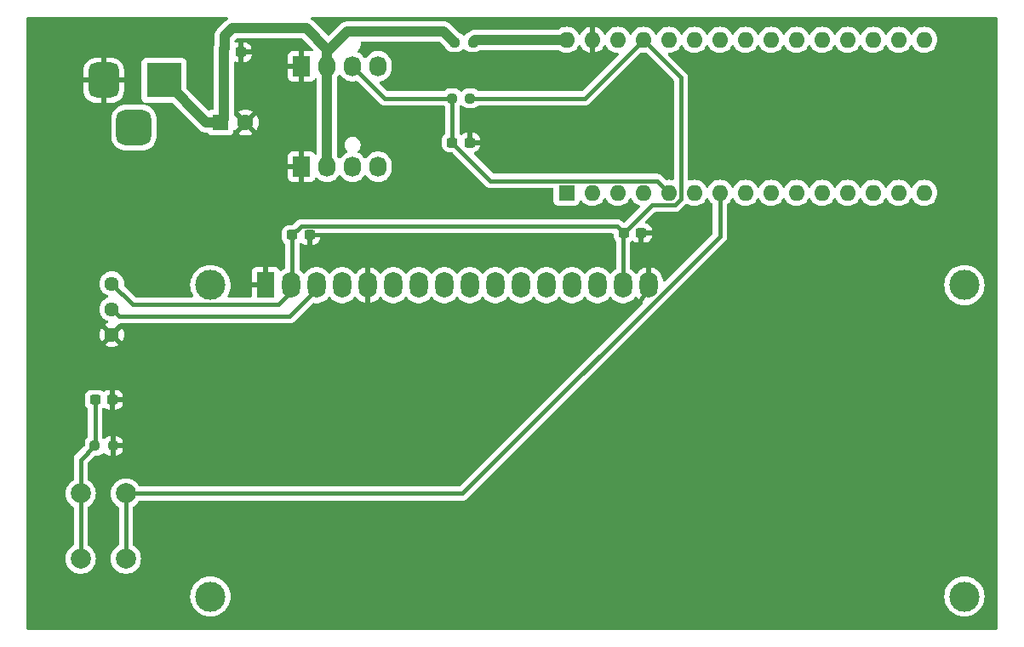
<source format=gtl>
%TF.GenerationSoftware,KiCad,Pcbnew,8.0.5*%
%TF.CreationDate,2024-10-30T03:14:09+09:00*%
%TF.ProjectId,FAN_controler_arduino_nano_2,46414e5f-636f-46e7-9472-6f6c65725f61,2.0*%
%TF.SameCoordinates,Original*%
%TF.FileFunction,Copper,L1,Top*%
%TF.FilePolarity,Positive*%
%FSLAX46Y46*%
G04 Gerber Fmt 4.6, Leading zero omitted, Abs format (unit mm)*
G04 Created by KiCad (PCBNEW 8.0.5) date 2024-10-30 03:14:09*
%MOMM*%
%LPD*%
G01*
G04 APERTURE LIST*
G04 Aperture macros list*
%AMRoundRect*
0 Rectangle with rounded corners*
0 $1 Rounding radius*
0 $2 $3 $4 $5 $6 $7 $8 $9 X,Y pos of 4 corners*
0 Add a 4 corners polygon primitive as box body*
4,1,4,$2,$3,$4,$5,$6,$7,$8,$9,$2,$3,0*
0 Add four circle primitives for the rounded corners*
1,1,$1+$1,$2,$3*
1,1,$1+$1,$4,$5*
1,1,$1+$1,$6,$7*
1,1,$1+$1,$8,$9*
0 Add four rect primitives between the rounded corners*
20,1,$1+$1,$2,$3,$4,$5,0*
20,1,$1+$1,$4,$5,$6,$7,0*
20,1,$1+$1,$6,$7,$8,$9,0*
20,1,$1+$1,$8,$9,$2,$3,0*%
G04 Aperture macros list end*
%TA.AperFunction,SMDPad,CuDef*%
%ADD10RoundRect,0.237500X-0.300000X-0.237500X0.300000X-0.237500X0.300000X0.237500X-0.300000X0.237500X0*%
%TD*%
%TA.AperFunction,SMDPad,CuDef*%
%ADD11RoundRect,0.237500X-0.250000X-0.237500X0.250000X-0.237500X0.250000X0.237500X-0.250000X0.237500X0*%
%TD*%
%TA.AperFunction,ComponentPad*%
%ADD12O,1.800000X2.600000*%
%TD*%
%TA.AperFunction,ComponentPad*%
%ADD13R,1.800000X2.600000*%
%TD*%
%TA.AperFunction,ComponentPad*%
%ADD14C,3.000000*%
%TD*%
%TA.AperFunction,ComponentPad*%
%ADD15R,1.600000X1.600000*%
%TD*%
%TA.AperFunction,ComponentPad*%
%ADD16O,1.600000X1.600000*%
%TD*%
%TA.AperFunction,ComponentPad*%
%ADD17C,2.000000*%
%TD*%
%TA.AperFunction,ComponentPad*%
%ADD18C,1.600000*%
%TD*%
%TA.AperFunction,ComponentPad*%
%ADD19R,1.730000X2.030000*%
%TD*%
%TA.AperFunction,ComponentPad*%
%ADD20O,1.730000X2.030000*%
%TD*%
%TA.AperFunction,SMDPad,CuDef*%
%ADD21RoundRect,0.237500X0.250000X0.237500X-0.250000X0.237500X-0.250000X-0.237500X0.250000X-0.237500X0*%
%TD*%
%TA.AperFunction,ComponentPad*%
%ADD22C,1.440000*%
%TD*%
%TA.AperFunction,ComponentPad*%
%ADD23R,3.500000X3.500000*%
%TD*%
%TA.AperFunction,ComponentPad*%
%ADD24RoundRect,0.750000X-0.750000X-1.000000X0.750000X-1.000000X0.750000X1.000000X-0.750000X1.000000X0*%
%TD*%
%TA.AperFunction,ComponentPad*%
%ADD25RoundRect,0.875000X-0.875000X-0.875000X0.875000X-0.875000X0.875000X0.875000X-0.875000X0.875000X0*%
%TD*%
%TA.AperFunction,ViaPad*%
%ADD26C,0.600000*%
%TD*%
%TA.AperFunction,Conductor*%
%ADD27C,0.400000*%
%TD*%
%TA.AperFunction,Conductor*%
%ADD28C,1.000000*%
%TD*%
G04 APERTURE END LIST*
D10*
%TO.P,C_Decoupling2,1*%
%TO.N,Net-(A1-+5V)*%
X129137500Y-102200000D03*
%TO.P,C_Decoupling2,2*%
%TO.N,GND*%
X130862500Y-102200000D03*
%TD*%
D11*
%TO.P,R1,1*%
%TO.N,12v*%
X145287500Y-83000000D03*
%TO.P,R1,2*%
%TO.N,Net-(A1-VIN)*%
X147112500Y-83000000D03*
%TD*%
D10*
%TO.P,C2,1*%
%TO.N,RPM*%
X145075000Y-93000000D03*
%TO.P,C2,2*%
%TO.N,GND*%
X146800000Y-93000000D03*
%TD*%
D12*
%TO.P,LCD1,16,LED(-)*%
%TO.N,GND*%
X164600520Y-107199300D03*
%TO.P,LCD1,15,LED(+)*%
%TO.N,Net-(A1-+5V)*%
X162060520Y-107199300D03*
%TO.P,LCD1,14,D7*%
%TO.N,Net-(A1-D12)*%
X159520520Y-107199300D03*
%TO.P,LCD1,13,D6*%
%TO.N,Net-(A1-D11)*%
X156980520Y-107199300D03*
%TO.P,LCD1,12,D5*%
%TO.N,Net-(A1-D10)*%
X154440520Y-107199300D03*
%TO.P,LCD1,11,D4*%
%TO.N,Net-(A1-D8)*%
X151900520Y-107199300D03*
%TO.P,LCD1,10,D3*%
%TO.N,unconnected-(LCD1-D3-Pad10)*%
X149360520Y-107199300D03*
%TO.P,LCD1,9,D2*%
%TO.N,unconnected-(LCD1-D2-Pad9)*%
X146820520Y-107199300D03*
%TO.P,LCD1,8,D1*%
%TO.N,unconnected-(LCD1-D1-Pad8)*%
X144280520Y-107199300D03*
%TO.P,LCD1,7,D0*%
%TO.N,unconnected-(LCD1-D0-Pad7)*%
X141740520Y-107199300D03*
%TO.P,LCD1,6,E*%
%TO.N,Net-(A1-D7)*%
X139200520Y-107199300D03*
%TO.P,LCD1,5,R/W*%
%TO.N,GND*%
X136660520Y-107199300D03*
%TO.P,LCD1,4,RS*%
%TO.N,Net-(A1-D6)*%
X134120520Y-107199300D03*
%TO.P,LCD1,3,VO*%
%TO.N,Net-(LCD1-VO)*%
X131580520Y-107199300D03*
%TO.P,LCD1,2,VDD*%
%TO.N,Net-(A1-+5V)*%
X129040520Y-107199300D03*
D13*
%TO.P,LCD1,1,VSS*%
%TO.N,GND*%
X126500520Y-107199300D03*
D14*
%TO.P,LCD1,*%
%TO.N,*%
X196000520Y-107199300D03*
X196000000Y-138200000D03*
X121001420Y-138200000D03*
X121001420Y-107199300D03*
%TD*%
D15*
%TO.P,A1,1,D1/TX*%
%TO.N,unconnected-(A1-D1{slash}TX-Pad1)*%
X156440000Y-98000000D03*
D16*
%TO.P,A1,2,D0/RX*%
%TO.N,unconnected-(A1-D0{slash}RX-Pad2)*%
X158980000Y-98000000D03*
%TO.P,A1,3,~{RESET}*%
%TO.N,unconnected-(A1-~{RESET}-Pad3)*%
X161520000Y-98000000D03*
%TO.P,A1,4,GND*%
%TO.N,GND*%
X164060000Y-98000000D03*
%TO.P,A1,5,D2*%
%TO.N,RPM*%
X166600000Y-98000000D03*
%TO.P,A1,6,D3*%
%TO.N,unconnected-(A1-D3-Pad6)*%
X169140000Y-98000000D03*
%TO.P,A1,7,D4*%
%TO.N,SW*%
X171680000Y-98000000D03*
%TO.P,A1,8,D5*%
%TO.N,unconnected-(A1-D5-Pad8)*%
X174220000Y-98000000D03*
%TO.P,A1,9,D6*%
%TO.N,Net-(A1-D6)*%
X176760000Y-98000000D03*
%TO.P,A1,10,D7*%
%TO.N,Net-(A1-D7)*%
X179300000Y-98000000D03*
%TO.P,A1,11,D8*%
%TO.N,Net-(A1-D8)*%
X181840000Y-98000000D03*
%TO.P,A1,12,D9*%
%TO.N,PWM*%
X184380000Y-98000000D03*
%TO.P,A1,13,D10*%
%TO.N,Net-(A1-D10)*%
X186920000Y-98000000D03*
%TO.P,A1,14,D11*%
%TO.N,Net-(A1-D11)*%
X189460000Y-98000000D03*
%TO.P,A1,15,D12*%
%TO.N,Net-(A1-D12)*%
X192000000Y-98000000D03*
%TO.P,A1,16,D13*%
%TO.N,unconnected-(A1-D13-Pad16)*%
X192000000Y-82760000D03*
%TO.P,A1,17,3V3*%
%TO.N,unconnected-(A1-3V3-Pad17)*%
X189460000Y-82760000D03*
%TO.P,A1,18,AREF*%
%TO.N,unconnected-(A1-AREF-Pad18)*%
X186920000Y-82760000D03*
%TO.P,A1,19,A0*%
%TO.N,unconnected-(A1-A0-Pad19)*%
X184380000Y-82760000D03*
%TO.P,A1,20,A1*%
%TO.N,unconnected-(A1-A1-Pad20)*%
X181840000Y-82760000D03*
%TO.P,A1,21,A2*%
%TO.N,unconnected-(A1-A2-Pad21)*%
X179300000Y-82760000D03*
%TO.P,A1,22,A3*%
%TO.N,unconnected-(A1-A3-Pad22)*%
X176760000Y-82760000D03*
%TO.P,A1,23,A4*%
%TO.N,unconnected-(A1-A4-Pad23)*%
X174220000Y-82760000D03*
%TO.P,A1,24,A5*%
%TO.N,unconnected-(A1-A5-Pad24)*%
X171680000Y-82760000D03*
%TO.P,A1,25,A6*%
%TO.N,unconnected-(A1-A6-Pad25)*%
X169140000Y-82760000D03*
%TO.P,A1,26,A7*%
%TO.N,unconnected-(A1-A7-Pad26)*%
X166600000Y-82760000D03*
%TO.P,A1,27,+5V*%
%TO.N,Net-(A1-+5V)*%
X164060000Y-82760000D03*
%TO.P,A1,28,~{RESET}*%
%TO.N,unconnected-(A1-~{RESET}-Pad28)*%
X161520000Y-82760000D03*
%TO.P,A1,29,GND*%
%TO.N,GND*%
X158980000Y-82760000D03*
%TO.P,A1,30,VIN*%
%TO.N,Net-(A1-VIN)*%
X156440000Y-82760000D03*
%TD*%
D17*
%TO.P,SW1,1,1*%
%TO.N,Net-(C_Debounce1-Pad1)*%
X108100000Y-134450000D03*
X108100000Y-127950000D03*
%TO.P,SW1,2,2*%
%TO.N,SW*%
X112600000Y-134450000D03*
X112600000Y-127950000D03*
%TD*%
D15*
%TO.P,C3,1*%
%TO.N,12v*%
X121994888Y-91000000D03*
D18*
%TO.P,C3,2*%
%TO.N,GND*%
X124494888Y-91000000D03*
%TD*%
D10*
%TO.P,C_Decoupling1,1*%
%TO.N,Net-(A1-+5V)*%
X162137500Y-102000000D03*
%TO.P,C_Decoupling1,2*%
%TO.N,GND*%
X163862500Y-102000000D03*
%TD*%
D19*
%TO.P,FAN1,1,Pin_1*%
%TO.N,GND*%
X130060000Y-95400000D03*
D20*
%TO.P,FAN1,2,Pin_2*%
%TO.N,12v*%
X132600000Y-95400000D03*
%TO.P,FAN1,3,Pin_3*%
%TO.N,unconnected-(FAN1-Pin_3-Pad3)*%
X135140000Y-95400000D03*
%TO.P,FAN1,4,Pin_4*%
%TO.N,PWM*%
X137680000Y-95400000D03*
%TD*%
D10*
%TO.P,C_Debounce1,1*%
%TO.N,Net-(C_Debounce1-Pad1)*%
X109537500Y-118600000D03*
%TO.P,C_Debounce1,2*%
%TO.N,GND*%
X111262500Y-118600000D03*
%TD*%
D21*
%TO.P,R_pull_up1,1*%
%TO.N,Net-(A1-+5V)*%
X146850000Y-88600000D03*
%TO.P,R_pull_up1,2*%
%TO.N,RPM*%
X145025000Y-88600000D03*
%TD*%
D10*
%TO.P,C1,1*%
%TO.N,12v*%
X122337500Y-84000000D03*
%TO.P,C1,2*%
%TO.N,GND*%
X124062500Y-84000000D03*
%TD*%
D11*
%TO.P,R_Debounce1,1*%
%TO.N,Net-(C_Debounce1-Pad1)*%
X109487500Y-123200000D03*
%TO.P,R_Debounce1,2*%
%TO.N,GND*%
X111312500Y-123200000D03*
%TD*%
D19*
%TO.P,MAIN_FAN1,1,Pin_1*%
%TO.N,GND*%
X130060000Y-85400000D03*
D20*
%TO.P,MAIN_FAN1,2,Pin_2*%
%TO.N,12v*%
X132600000Y-85400000D03*
%TO.P,MAIN_FAN1,3,Pin_3*%
%TO.N,RPM*%
X135140000Y-85400000D03*
%TO.P,MAIN_FAN1,4,Pin_4*%
%TO.N,PWM*%
X137680000Y-85400000D03*
%TD*%
D22*
%TO.P,RV1,1,1*%
%TO.N,Net-(A1-+5V)*%
X111200000Y-107050000D03*
%TO.P,RV1,2,2*%
%TO.N,Net-(LCD1-VO)*%
X111200000Y-109590000D03*
%TO.P,RV1,3,3*%
%TO.N,GND*%
X111200000Y-112130000D03*
%TD*%
D23*
%TO.P,J1,1*%
%TO.N,12v*%
X116400000Y-86800000D03*
D24*
%TO.P,J1,2*%
%TO.N,GND*%
X110400000Y-86800000D03*
D25*
%TO.P,J1,3*%
%TO.N,N/C*%
X113400000Y-91500000D03*
%TD*%
D26*
%TO.N,GND*%
X119600000Y-92600000D03*
X116400000Y-124600000D03*
X150600000Y-87000000D03*
X104200000Y-129200000D03*
X197800000Y-82000000D03*
X173200000Y-103800000D03*
X197800000Y-87600000D03*
X129800000Y-112400000D03*
X166400000Y-87600000D03*
X148800000Y-98000000D03*
X136800000Y-102600000D03*
X145200000Y-140000000D03*
X172600000Y-120200000D03*
X143800000Y-98000000D03*
X110200000Y-90200000D03*
X124000000Y-107000000D03*
X119200000Y-140000000D03*
X198000000Y-140000000D03*
X185200000Y-103800000D03*
X132000000Y-81000000D03*
X152000000Y-125800000D03*
X130600000Y-91800000D03*
X157200000Y-87000000D03*
X137400000Y-116800000D03*
X174200000Y-85000000D03*
X130400000Y-105200000D03*
X166000000Y-126000000D03*
X138000000Y-98000000D03*
X127600000Y-92400000D03*
X161200000Y-92200000D03*
X144800000Y-94800000D03*
X197600000Y-97600000D03*
X169200000Y-91800000D03*
X136200000Y-88200000D03*
X126000000Y-83200000D03*
X140000000Y-87200000D03*
X169400000Y-96000000D03*
X115800000Y-134600000D03*
X109400000Y-109600000D03*
X103800000Y-86600000D03*
X118800000Y-100600000D03*
X163400000Y-105000000D03*
X157600000Y-120200000D03*
X110400000Y-127000000D03*
X113000000Y-111800000D03*
X174000000Y-140000000D03*
X103800000Y-81400000D03*
X137800000Y-109200000D03*
X175200000Y-96000000D03*
X104200000Y-117400000D03*
X153200000Y-84200000D03*
X197800000Y-132000000D03*
X121000000Y-81200000D03*
X110600000Y-115600000D03*
X134000000Y-93400000D03*
X167800000Y-84200000D03*
X139000000Y-90400000D03*
X197600000Y-110000000D03*
X114200000Y-129600000D03*
X136600000Y-83600000D03*
X139600000Y-94000000D03*
X159000000Y-84400000D03*
X142600000Y-112400000D03*
X186800000Y-90400000D03*
X143200000Y-90400000D03*
X184000000Y-95800000D03*
X138400000Y-129400000D03*
X146600000Y-90200000D03*
X153600000Y-98000000D03*
X136400000Y-93400000D03*
X116200000Y-107200000D03*
X127400000Y-98400000D03*
X165000000Y-95600000D03*
X104200000Y-106600000D03*
X185200000Y-120200000D03*
X192800000Y-126000000D03*
X190800000Y-96200000D03*
X127200000Y-103200000D03*
X125800000Y-129400000D03*
X197800000Y-119200000D03*
X158200000Y-112600000D03*
X155800000Y-95400000D03*
X148400000Y-94400000D03*
X122800000Y-116600000D03*
X169000000Y-87000000D03*
X187000000Y-140000000D03*
X113400000Y-86800000D03*
X110600000Y-100400000D03*
X153400000Y-90000000D03*
X193800000Y-100600000D03*
X129600000Y-83400000D03*
X135400000Y-109200000D03*
X120800000Y-88600000D03*
X192800000Y-112600000D03*
X197600000Y-103400000D03*
X178000000Y-89600000D03*
X186600000Y-85000000D03*
X180800000Y-126000000D03*
X159000000Y-81000000D03*
X143600000Y-84000000D03*
X104200000Y-140000000D03*
X175400000Y-91200000D03*
X108400000Y-83400000D03*
X180200000Y-112600000D03*
X134200000Y-87200000D03*
X110400000Y-131200000D03*
X132600000Y-102600000D03*
X132200000Y-140000000D03*
X111400000Y-120800000D03*
X119400000Y-105400000D03*
X124000000Y-85600000D03*
X104400000Y-93800000D03*
X167400000Y-109600000D03*
X150600000Y-120200000D03*
X171400000Y-87000000D03*
X166600000Y-105400000D03*
X161000000Y-140000000D03*
X165000000Y-103400000D03*
X148000000Y-81000000D03*
X180200000Y-96000000D03*
X134600000Y-105000000D03*
X116400000Y-83800000D03*
X111800000Y-140200000D03*
X116600000Y-90200000D03*
X124000000Y-89000000D03*
X122200000Y-112000000D03*
X131000000Y-88200000D03*
X168600000Y-103400000D03*
X160400000Y-88400000D03*
X171600000Y-81000000D03*
X184400000Y-81000000D03*
X164000000Y-84400000D03*
%TD*%
D27*
%TO.N,RPM*%
X135140000Y-85400000D02*
X138340000Y-88600000D01*
X145075000Y-93000000D02*
X145075000Y-88650000D01*
X148875000Y-96800000D02*
X145075000Y-93000000D01*
X165400000Y-96800000D02*
X148875000Y-96800000D01*
X138340000Y-88600000D02*
X145025000Y-88600000D01*
X145075000Y-88650000D02*
X145025000Y-88600000D01*
X166600000Y-98000000D02*
X165400000Y-96800000D01*
%TO.N,Net-(A1-+5V)*%
X129040520Y-107858780D02*
X127800000Y-109099300D01*
X158220000Y-88600000D02*
X164060000Y-82760000D01*
X129040520Y-107199300D02*
X129040520Y-107858780D01*
X162060520Y-102076980D02*
X162137500Y-102000000D01*
X129137500Y-107102320D02*
X129040520Y-107199300D01*
X167200000Y-99200000D02*
X167800000Y-98600000D01*
X162137500Y-102000000D02*
X161462500Y-101325000D01*
X129137500Y-102200000D02*
X129137500Y-107102320D01*
X162137500Y-102000000D02*
X164937500Y-99200000D01*
X162060520Y-107199300D02*
X162060520Y-102076980D01*
X111200000Y-107050000D02*
X113249300Y-109099300D01*
X161462500Y-101325000D02*
X130012500Y-101325000D01*
X164937500Y-99200000D02*
X167200000Y-99200000D01*
X130012500Y-101325000D02*
X129137500Y-102200000D01*
X167800000Y-86500000D02*
X164060000Y-82760000D01*
X167800000Y-98600000D02*
X167800000Y-86500000D01*
X146850000Y-88600000D02*
X158220000Y-88600000D01*
X113249300Y-109099300D02*
X127800000Y-109099300D01*
%TO.N,GND*%
X164600520Y-107799480D02*
X163200000Y-109200000D01*
X164600520Y-107199300D02*
X164600520Y-107799480D01*
X159000000Y-81000000D02*
X159000000Y-82740000D01*
X159000000Y-82740000D02*
X158980000Y-82760000D01*
D28*
%TO.N,Net-(A1-VIN)*%
X156440000Y-82760000D02*
X147352500Y-82760000D01*
X147352500Y-82760000D02*
X147112500Y-83000000D01*
D27*
%TO.N,SW*%
X146088298Y-127950000D02*
X171680000Y-102358298D01*
X112600000Y-127950000D02*
X112600000Y-134450000D01*
X112600000Y-127950000D02*
X146088298Y-127950000D01*
X171680000Y-102358298D02*
X171680000Y-98000000D01*
D28*
%TO.N,12v*%
X130515000Y-81600000D02*
X123200000Y-81600000D01*
X122400000Y-83600000D02*
X122337500Y-83662500D01*
X144227500Y-81940000D02*
X134601522Y-81940000D01*
X134601522Y-81940000D02*
X132600000Y-83941522D01*
X122337500Y-90657388D02*
X121994888Y-91000000D01*
X122337500Y-84000000D02*
X122337500Y-90657388D01*
X122400000Y-82400000D02*
X122400000Y-83600000D01*
X132600000Y-83685000D02*
X130515000Y-81600000D01*
X145287500Y-83000000D02*
X144227500Y-81940000D01*
X132600000Y-83941522D02*
X132600000Y-85400000D01*
X132600000Y-85400000D02*
X132600000Y-95400000D01*
X121994888Y-91000000D02*
X120600000Y-91000000D01*
X132600000Y-85400000D02*
X132600000Y-83685000D01*
X123200000Y-81600000D02*
X122400000Y-82400000D01*
X122337500Y-83662500D02*
X122337500Y-84000000D01*
X120600000Y-91000000D02*
X116400000Y-86800000D01*
D27*
%TO.N,Net-(C_Debounce1-Pad1)*%
X108100000Y-127950000D02*
X108100000Y-134450000D01*
X108100000Y-127950000D02*
X108100000Y-124587500D01*
X109487500Y-123200000D02*
X109487500Y-123112500D01*
X108100000Y-124587500D02*
X109487500Y-123200000D01*
X109537500Y-123062500D02*
X109537500Y-118600000D01*
X109487500Y-123112500D02*
X109537500Y-123062500D01*
%TO.N,Net-(LCD1-VO)*%
X131580520Y-107599300D02*
X131580520Y-107199300D01*
X128869821Y-110309999D02*
X131580520Y-107599300D01*
X111919999Y-110309999D02*
X128869821Y-110309999D01*
X111200000Y-109590000D02*
X111919999Y-110309999D01*
%TD*%
%TA.AperFunction,Conductor*%
%TO.N,GND*%
G36*
X122702930Y-80520185D02*
G01*
X122748685Y-80572989D01*
X122758629Y-80642147D01*
X122729604Y-80705703D01*
X122704782Y-80727602D01*
X122562219Y-80822859D01*
X122492540Y-80892538D01*
X122422861Y-80962218D01*
X122422858Y-80962221D01*
X121762221Y-81622858D01*
X121762218Y-81622861D01*
X121692538Y-81692540D01*
X121622859Y-81762219D01*
X121513371Y-81926079D01*
X121513364Y-81926092D01*
X121466788Y-82038540D01*
X121466788Y-82038541D01*
X121437950Y-82108159D01*
X121437949Y-82108163D01*
X121437949Y-82108164D01*
X121435153Y-82122219D01*
X121435152Y-82122221D01*
X121399500Y-82301455D01*
X121399500Y-83287934D01*
X121390061Y-83335386D01*
X121375449Y-83370661D01*
X121375449Y-83370662D01*
X121375449Y-83370664D01*
X121370973Y-83393165D01*
X121367081Y-83412732D01*
X121355275Y-83472080D01*
X121351364Y-83486890D01*
X121309826Y-83612243D01*
X121299500Y-83713315D01*
X121299500Y-84286669D01*
X121299501Y-84286687D01*
X121309825Y-84387752D01*
X121330706Y-84450763D01*
X121337000Y-84489768D01*
X121337000Y-89575500D01*
X121317315Y-89642539D01*
X121264511Y-89688294D01*
X121213002Y-89699500D01*
X121147018Y-89699500D01*
X121147011Y-89699501D01*
X121087404Y-89705908D01*
X120952559Y-89756202D01*
X120952553Y-89756206D01*
X120934812Y-89769487D01*
X120869348Y-89793904D01*
X120801075Y-89779052D01*
X120772821Y-89757901D01*
X118686818Y-87671898D01*
X118653333Y-87610575D01*
X118650499Y-87584217D01*
X118650499Y-85002129D01*
X118650498Y-85002123D01*
X118650497Y-85002116D01*
X118644091Y-84942517D01*
X118640428Y-84932697D01*
X118593797Y-84807671D01*
X118593793Y-84807664D01*
X118507547Y-84692455D01*
X118507544Y-84692452D01*
X118392335Y-84606206D01*
X118392328Y-84606202D01*
X118257482Y-84555908D01*
X118257483Y-84555908D01*
X118197883Y-84549501D01*
X118197881Y-84549500D01*
X118197873Y-84549500D01*
X118197864Y-84549500D01*
X114602129Y-84549500D01*
X114602123Y-84549501D01*
X114542516Y-84555908D01*
X114407671Y-84606202D01*
X114407664Y-84606206D01*
X114292455Y-84692452D01*
X114292452Y-84692455D01*
X114206206Y-84807664D01*
X114206202Y-84807671D01*
X114155908Y-84942517D01*
X114149501Y-85002116D01*
X114149501Y-85002123D01*
X114149500Y-85002135D01*
X114149500Y-88597870D01*
X114149501Y-88597876D01*
X114155908Y-88657483D01*
X114206202Y-88792328D01*
X114206206Y-88792335D01*
X114292452Y-88907544D01*
X114292455Y-88907547D01*
X114407664Y-88993793D01*
X114407673Y-88993798D01*
X114454937Y-89011426D01*
X114510871Y-89053296D01*
X114535289Y-89118760D01*
X114520438Y-89187033D01*
X114471033Y-89236439D01*
X114405028Y-89251433D01*
X114368657Y-89249501D01*
X114368628Y-89249500D01*
X114368622Y-89249500D01*
X112431378Y-89249500D01*
X112431370Y-89249500D01*
X112431347Y-89249501D01*
X112378756Y-89252295D01*
X112378755Y-89252295D01*
X112148878Y-89296754D01*
X112148876Y-89296754D01*
X112148874Y-89296755D01*
X112086789Y-89320185D01*
X111929810Y-89379425D01*
X111727868Y-89497929D01*
X111727861Y-89497934D01*
X111548858Y-89648856D01*
X111548856Y-89648858D01*
X111397934Y-89827861D01*
X111397929Y-89827868D01*
X111279425Y-90029810D01*
X111235572Y-90146016D01*
X111196755Y-90248874D01*
X111196754Y-90248876D01*
X111196754Y-90248878D01*
X111152295Y-90478755D01*
X111152295Y-90478756D01*
X111149501Y-90531347D01*
X111149500Y-90531386D01*
X111149500Y-92468613D01*
X111149501Y-92468652D01*
X111152295Y-92521243D01*
X111152295Y-92521244D01*
X111192613Y-92729711D01*
X111196755Y-92751126D01*
X111238152Y-92860821D01*
X111279425Y-92970189D01*
X111397929Y-93172131D01*
X111397934Y-93172138D01*
X111548856Y-93351141D01*
X111548858Y-93351143D01*
X111727861Y-93502065D01*
X111727868Y-93502070D01*
X111929810Y-93620574D01*
X112148874Y-93703245D01*
X112378759Y-93747705D01*
X112431378Y-93750500D01*
X112431386Y-93750500D01*
X114368614Y-93750500D01*
X114368622Y-93750500D01*
X114421241Y-93747705D01*
X114651126Y-93703245D01*
X114870190Y-93620574D01*
X115072132Y-93502070D01*
X115251142Y-93351142D01*
X115305525Y-93286641D01*
X115402065Y-93172138D01*
X115402065Y-93172137D01*
X115402070Y-93172132D01*
X115520574Y-92970190D01*
X115603245Y-92751126D01*
X115647705Y-92521241D01*
X115650500Y-92468622D01*
X115650500Y-90531378D01*
X115647705Y-90478759D01*
X115603245Y-90248874D01*
X115520574Y-90029810D01*
X115402070Y-89827868D01*
X115402065Y-89827861D01*
X115251143Y-89648858D01*
X115251141Y-89648856D01*
X115072138Y-89497934D01*
X115072131Y-89497929D01*
X114870189Y-89379425D01*
X114772513Y-89342564D01*
X114651126Y-89296755D01*
X114651121Y-89296754D01*
X114651116Y-89296752D01*
X114648470Y-89296240D01*
X114647451Y-89295713D01*
X114646050Y-89295317D01*
X114646130Y-89295031D01*
X114586392Y-89264177D01*
X114551503Y-89203641D01*
X114554881Y-89133853D01*
X114595452Y-89076970D01*
X114660337Y-89051052D01*
X114672009Y-89050499D01*
X117184217Y-89050499D01*
X117251256Y-89070184D01*
X117271898Y-89086818D01*
X119819735Y-91634655D01*
X119819764Y-91634686D01*
X119962214Y-91777136D01*
X119962218Y-91777139D01*
X120126079Y-91886628D01*
X120126092Y-91886635D01*
X120254833Y-91939961D01*
X120297744Y-91957735D01*
X120308164Y-91962051D01*
X120404812Y-91981275D01*
X120453135Y-91990887D01*
X120501458Y-92000500D01*
X120501459Y-92000500D01*
X120501460Y-92000500D01*
X120657708Y-92000500D01*
X120724747Y-92020185D01*
X120756973Y-92050187D01*
X120837342Y-92157546D01*
X120867410Y-92180055D01*
X120952552Y-92243793D01*
X120952559Y-92243797D01*
X121087405Y-92294091D01*
X121087404Y-92294091D01*
X121094332Y-92294835D01*
X121147015Y-92300500D01*
X122842760Y-92300499D01*
X122902371Y-92294091D01*
X123037219Y-92243796D01*
X123152434Y-92157546D01*
X123238684Y-92042331D01*
X123288979Y-91907483D01*
X123295388Y-91847873D01*
X123295387Y-91847845D01*
X123295566Y-91844547D01*
X123297071Y-91844627D01*
X123315000Y-91783326D01*
X123367756Y-91737514D01*
X123411353Y-91729981D01*
X124094888Y-91046446D01*
X124094888Y-91052661D01*
X124122147Y-91154394D01*
X124174808Y-91245606D01*
X124249282Y-91320080D01*
X124340494Y-91372741D01*
X124442227Y-91400000D01*
X124448441Y-91400000D01*
X123769414Y-92079025D01*
X123842401Y-92130132D01*
X123842409Y-92130136D01*
X124048556Y-92226264D01*
X124048570Y-92226269D01*
X124268277Y-92285139D01*
X124268288Y-92285141D01*
X124494886Y-92304966D01*
X124494890Y-92304966D01*
X124721487Y-92285141D01*
X124721498Y-92285139D01*
X124941205Y-92226269D01*
X124941219Y-92226264D01*
X125147366Y-92130136D01*
X125220359Y-92079024D01*
X124541335Y-91400000D01*
X124547549Y-91400000D01*
X124649282Y-91372741D01*
X124740494Y-91320080D01*
X124814968Y-91245606D01*
X124867629Y-91154394D01*
X124894888Y-91052661D01*
X124894888Y-91046447D01*
X125573912Y-91725471D01*
X125625024Y-91652478D01*
X125721152Y-91446331D01*
X125721157Y-91446317D01*
X125780027Y-91226610D01*
X125780029Y-91226599D01*
X125799854Y-91000002D01*
X125799854Y-90999997D01*
X125780029Y-90773400D01*
X125780027Y-90773389D01*
X125721157Y-90553682D01*
X125721152Y-90553668D01*
X125625024Y-90347521D01*
X125625020Y-90347513D01*
X125573913Y-90274526D01*
X124894888Y-90953551D01*
X124894888Y-90947339D01*
X124867629Y-90845606D01*
X124814968Y-90754394D01*
X124740494Y-90679920D01*
X124649282Y-90627259D01*
X124547549Y-90600000D01*
X124541336Y-90600000D01*
X125220360Y-89920974D01*
X125147366Y-89869863D01*
X124941219Y-89773735D01*
X124941205Y-89773730D01*
X124721498Y-89714860D01*
X124721487Y-89714858D01*
X124494890Y-89695034D01*
X124494886Y-89695034D01*
X124268288Y-89714858D01*
X124268277Y-89714860D01*
X124048570Y-89773730D01*
X124048561Y-89773734D01*
X123842404Y-89869866D01*
X123842400Y-89869868D01*
X123769414Y-89920973D01*
X123769414Y-89920974D01*
X124448441Y-90600000D01*
X124442227Y-90600000D01*
X124340494Y-90627259D01*
X124249282Y-90679920D01*
X124174808Y-90754394D01*
X124122147Y-90845606D01*
X124094888Y-90947339D01*
X124094888Y-90953552D01*
X123374976Y-90233640D01*
X123378165Y-90230450D01*
X123354080Y-90207084D01*
X123338000Y-90146016D01*
X123338000Y-85045491D01*
X123357685Y-84978452D01*
X123410489Y-84932697D01*
X123479647Y-84922753D01*
X123501004Y-84927785D01*
X123612348Y-84964680D01*
X123713351Y-84974999D01*
X124312500Y-84974999D01*
X124411640Y-84974999D01*
X124411654Y-84974998D01*
X124512652Y-84964680D01*
X124676300Y-84910453D01*
X124676311Y-84910448D01*
X124823034Y-84819947D01*
X124823038Y-84819944D01*
X124944944Y-84698038D01*
X124944947Y-84698034D01*
X125035448Y-84551311D01*
X125035453Y-84551300D01*
X125089680Y-84387652D01*
X125099999Y-84286654D01*
X125100000Y-84286641D01*
X125100000Y-84250000D01*
X124312500Y-84250000D01*
X124312500Y-84974999D01*
X123713351Y-84974999D01*
X123812500Y-84974998D01*
X123812500Y-83750000D01*
X124312500Y-83750000D01*
X125099999Y-83750000D01*
X125099999Y-83713360D01*
X125099998Y-83713345D01*
X125089680Y-83612347D01*
X125035453Y-83448699D01*
X125035448Y-83448688D01*
X124944947Y-83301965D01*
X124944944Y-83301961D01*
X124823038Y-83180055D01*
X124823034Y-83180052D01*
X124676311Y-83089551D01*
X124676300Y-83089546D01*
X124512652Y-83035319D01*
X124411654Y-83025000D01*
X124312500Y-83025000D01*
X124312500Y-83750000D01*
X123812500Y-83750000D01*
X123812500Y-83024999D01*
X123713360Y-83025000D01*
X123713344Y-83025001D01*
X123612347Y-83035319D01*
X123563501Y-83051504D01*
X123493673Y-83053904D01*
X123433632Y-83018171D01*
X123402441Y-82955650D01*
X123400500Y-82933797D01*
X123400500Y-82865782D01*
X123420185Y-82798743D01*
X123436819Y-82778101D01*
X123578101Y-82636819D01*
X123639424Y-82603334D01*
X123665782Y-82600500D01*
X130049218Y-82600500D01*
X130116257Y-82620185D01*
X130136899Y-82636819D01*
X131202030Y-83701950D01*
X131235515Y-83763273D01*
X131230531Y-83832965D01*
X131188659Y-83888898D01*
X131123195Y-83913315D01*
X131071017Y-83905813D01*
X131032383Y-83891404D01*
X131032372Y-83891401D01*
X130972844Y-83885000D01*
X130310000Y-83885000D01*
X130310000Y-84955439D01*
X130256853Y-84924755D01*
X130127143Y-84890000D01*
X129992857Y-84890000D01*
X129863147Y-84924755D01*
X129810000Y-84955439D01*
X129810000Y-83885000D01*
X129147155Y-83885000D01*
X129087627Y-83891401D01*
X129087620Y-83891403D01*
X128952913Y-83941645D01*
X128952906Y-83941649D01*
X128837812Y-84027809D01*
X128837809Y-84027812D01*
X128751649Y-84142906D01*
X128751645Y-84142913D01*
X128701403Y-84277620D01*
X128701401Y-84277627D01*
X128695000Y-84337155D01*
X128695000Y-85150000D01*
X129615440Y-85150000D01*
X129584755Y-85203147D01*
X129550000Y-85332857D01*
X129550000Y-85467143D01*
X129584755Y-85596853D01*
X129615440Y-85650000D01*
X128695000Y-85650000D01*
X128695000Y-86462844D01*
X128701401Y-86522372D01*
X128701403Y-86522379D01*
X128751645Y-86657086D01*
X128751649Y-86657093D01*
X128837809Y-86772187D01*
X128837812Y-86772190D01*
X128952906Y-86858350D01*
X128952913Y-86858354D01*
X129087620Y-86908596D01*
X129087627Y-86908598D01*
X129147155Y-86914999D01*
X129147172Y-86915000D01*
X129810000Y-86915000D01*
X129810000Y-85844560D01*
X129863147Y-85875245D01*
X129992857Y-85910000D01*
X130127143Y-85910000D01*
X130256853Y-85875245D01*
X130310000Y-85844560D01*
X130310000Y-86915000D01*
X130972828Y-86915000D01*
X130972844Y-86914999D01*
X131032372Y-86908598D01*
X131032379Y-86908596D01*
X131167086Y-86858354D01*
X131167093Y-86858350D01*
X131282187Y-86772190D01*
X131282190Y-86772187D01*
X131373669Y-86649989D01*
X131375491Y-86651353D01*
X131416068Y-86610773D01*
X131484340Y-86595917D01*
X131549806Y-86620331D01*
X131591680Y-86676263D01*
X131599500Y-86719602D01*
X131599500Y-94080397D01*
X131579815Y-94147436D01*
X131527011Y-94193191D01*
X131457853Y-94203135D01*
X131394297Y-94174110D01*
X131374421Y-94149447D01*
X131373669Y-94150011D01*
X131282190Y-94027812D01*
X131282187Y-94027809D01*
X131167093Y-93941649D01*
X131167086Y-93941645D01*
X131032379Y-93891403D01*
X131032372Y-93891401D01*
X130972844Y-93885000D01*
X130310000Y-93885000D01*
X130310000Y-94955439D01*
X130256853Y-94924755D01*
X130127143Y-94890000D01*
X129992857Y-94890000D01*
X129863147Y-94924755D01*
X129810000Y-94955439D01*
X129810000Y-93885000D01*
X129147155Y-93885000D01*
X129087627Y-93891401D01*
X129087620Y-93891403D01*
X128952913Y-93941645D01*
X128952906Y-93941649D01*
X128837812Y-94027809D01*
X128837809Y-94027812D01*
X128751649Y-94142906D01*
X128751645Y-94142913D01*
X128701403Y-94277620D01*
X128701401Y-94277627D01*
X128695000Y-94337155D01*
X128695000Y-95150000D01*
X129615440Y-95150000D01*
X129584755Y-95203147D01*
X129550000Y-95332857D01*
X129550000Y-95467143D01*
X129584755Y-95596853D01*
X129615440Y-95650000D01*
X128695000Y-95650000D01*
X128695000Y-96462844D01*
X128701401Y-96522372D01*
X128701403Y-96522379D01*
X128751645Y-96657086D01*
X128751649Y-96657093D01*
X128837809Y-96772187D01*
X128837812Y-96772190D01*
X128952906Y-96858350D01*
X128952913Y-96858354D01*
X129087620Y-96908596D01*
X129087627Y-96908598D01*
X129147155Y-96914999D01*
X129147172Y-96915000D01*
X129810000Y-96915000D01*
X129810000Y-95844560D01*
X129863147Y-95875245D01*
X129992857Y-95910000D01*
X130127143Y-95910000D01*
X130256853Y-95875245D01*
X130310000Y-95844560D01*
X130310000Y-96915000D01*
X130972828Y-96915000D01*
X130972844Y-96914999D01*
X131032372Y-96908598D01*
X131032379Y-96908596D01*
X131167086Y-96858354D01*
X131167093Y-96858350D01*
X131282187Y-96772190D01*
X131282190Y-96772187D01*
X131368350Y-96657093D01*
X131368355Y-96657084D01*
X131411659Y-96540979D01*
X131453529Y-96485045D01*
X131518994Y-96460627D01*
X131587267Y-96475478D01*
X131615522Y-96496630D01*
X131710437Y-96591545D01*
X131884322Y-96717880D01*
X131972820Y-96762972D01*
X132075829Y-96815458D01*
X132075832Y-96815459D01*
X132207839Y-96858350D01*
X132280245Y-96881876D01*
X132492533Y-96915500D01*
X132492534Y-96915500D01*
X132707466Y-96915500D01*
X132707467Y-96915500D01*
X132919755Y-96881876D01*
X132919758Y-96881875D01*
X132919759Y-96881875D01*
X133124167Y-96815459D01*
X133124170Y-96815458D01*
X133171204Y-96791493D01*
X133315678Y-96717880D01*
X133489563Y-96591545D01*
X133641545Y-96439563D01*
X133767880Y-96265678D01*
X133767879Y-96265678D01*
X133769682Y-96263198D01*
X133825012Y-96220532D01*
X133894625Y-96214553D01*
X133956420Y-96247159D01*
X133970318Y-96263198D01*
X133972120Y-96265678D01*
X134098455Y-96439563D01*
X134250437Y-96591545D01*
X134424322Y-96717880D01*
X134512820Y-96762972D01*
X134615829Y-96815458D01*
X134615832Y-96815459D01*
X134747839Y-96858350D01*
X134820245Y-96881876D01*
X135032533Y-96915500D01*
X135032534Y-96915500D01*
X135247466Y-96915500D01*
X135247467Y-96915500D01*
X135459755Y-96881876D01*
X135459758Y-96881875D01*
X135459759Y-96881875D01*
X135664167Y-96815459D01*
X135664170Y-96815458D01*
X135711204Y-96791493D01*
X135855678Y-96717880D01*
X136029563Y-96591545D01*
X136181545Y-96439563D01*
X136307880Y-96265678D01*
X136307879Y-96265678D01*
X136309682Y-96263198D01*
X136365012Y-96220532D01*
X136434625Y-96214553D01*
X136496420Y-96247159D01*
X136510318Y-96263198D01*
X136512120Y-96265678D01*
X136638455Y-96439563D01*
X136790437Y-96591545D01*
X136964322Y-96717880D01*
X137052820Y-96762972D01*
X137155829Y-96815458D01*
X137155832Y-96815459D01*
X137287839Y-96858350D01*
X137360245Y-96881876D01*
X137572533Y-96915500D01*
X137572534Y-96915500D01*
X137787466Y-96915500D01*
X137787467Y-96915500D01*
X137999755Y-96881876D01*
X137999758Y-96881875D01*
X137999759Y-96881875D01*
X138204167Y-96815459D01*
X138204170Y-96815458D01*
X138251204Y-96791493D01*
X138395678Y-96717880D01*
X138569563Y-96591545D01*
X138721545Y-96439563D01*
X138847880Y-96265678D01*
X138945458Y-96074170D01*
X139011876Y-95869755D01*
X139045500Y-95657467D01*
X139045500Y-95142533D01*
X139011876Y-94930245D01*
X139011875Y-94930241D01*
X139011875Y-94930240D01*
X138945459Y-94725832D01*
X138945458Y-94725829D01*
X138857315Y-94552840D01*
X138847880Y-94534322D01*
X138721545Y-94360437D01*
X138569563Y-94208455D01*
X138395678Y-94082120D01*
X138392296Y-94080397D01*
X138204170Y-93984541D01*
X138204167Y-93984540D01*
X137999757Y-93918124D01*
X137858229Y-93895708D01*
X137787467Y-93884500D01*
X137572533Y-93884500D01*
X137501770Y-93895708D01*
X137360243Y-93918124D01*
X137360240Y-93918124D01*
X137155832Y-93984540D01*
X137155829Y-93984541D01*
X136964321Y-94082120D01*
X136880657Y-94142906D01*
X136790437Y-94208455D01*
X136790435Y-94208457D01*
X136790434Y-94208457D01*
X136638457Y-94360434D01*
X136638457Y-94360435D01*
X136638455Y-94360437D01*
X136541023Y-94494539D01*
X136510318Y-94536802D01*
X136454988Y-94579467D01*
X136385374Y-94585446D01*
X136323579Y-94552840D01*
X136309682Y-94536802D01*
X136296836Y-94519121D01*
X136181545Y-94360437D01*
X136029563Y-94208455D01*
X135855678Y-94082120D01*
X135852296Y-94080397D01*
X135725725Y-94015905D01*
X135674929Y-93967930D01*
X135658134Y-93900109D01*
X135680672Y-93833974D01*
X135694333Y-93817744D01*
X135761789Y-93750289D01*
X135849394Y-93619179D01*
X135909737Y-93473497D01*
X135940500Y-93318842D01*
X135940500Y-93161158D01*
X135940500Y-93161155D01*
X135940499Y-93161153D01*
X135909737Y-93006503D01*
X135894696Y-92970190D01*
X135849397Y-92860827D01*
X135849390Y-92860814D01*
X135761789Y-92729711D01*
X135761786Y-92729707D01*
X135650292Y-92618213D01*
X135650288Y-92618210D01*
X135519185Y-92530609D01*
X135519172Y-92530602D01*
X135373501Y-92470264D01*
X135373489Y-92470261D01*
X135218845Y-92439500D01*
X135218842Y-92439500D01*
X135061158Y-92439500D01*
X135061155Y-92439500D01*
X134906510Y-92470261D01*
X134906498Y-92470264D01*
X134760827Y-92530602D01*
X134760814Y-92530609D01*
X134629711Y-92618210D01*
X134629707Y-92618213D01*
X134518213Y-92729707D01*
X134518210Y-92729711D01*
X134430609Y-92860814D01*
X134430602Y-92860827D01*
X134370264Y-93006498D01*
X134370261Y-93006510D01*
X134339500Y-93161153D01*
X134339500Y-93318846D01*
X134370261Y-93473489D01*
X134370264Y-93473501D01*
X134430602Y-93619172D01*
X134430609Y-93619185D01*
X134518210Y-93750288D01*
X134518213Y-93750292D01*
X134585660Y-93817739D01*
X134619145Y-93879062D01*
X134614161Y-93948754D01*
X134572289Y-94004687D01*
X134554275Y-94015904D01*
X134424323Y-94082118D01*
X134334422Y-94147436D01*
X134250437Y-94208455D01*
X134250435Y-94208457D01*
X134250434Y-94208457D01*
X134098457Y-94360434D01*
X134098457Y-94360435D01*
X134098455Y-94360437D01*
X134001023Y-94494539D01*
X133970318Y-94536802D01*
X133914988Y-94579467D01*
X133845374Y-94585446D01*
X133783579Y-94552840D01*
X133769682Y-94536802D01*
X133756836Y-94519121D01*
X133641545Y-94360437D01*
X133636819Y-94355711D01*
X133603334Y-94294388D01*
X133600500Y-94268030D01*
X133600500Y-86531970D01*
X133620185Y-86464931D01*
X133636819Y-86444289D01*
X133641545Y-86439563D01*
X133767880Y-86265678D01*
X133767879Y-86265678D01*
X133769682Y-86263198D01*
X133825012Y-86220532D01*
X133894625Y-86214553D01*
X133956420Y-86247159D01*
X133970318Y-86263198D01*
X134049126Y-86371668D01*
X134098455Y-86439563D01*
X134250437Y-86591545D01*
X134424322Y-86717880D01*
X134494894Y-86753838D01*
X134615829Y-86815458D01*
X134615832Y-86815459D01*
X134747839Y-86858350D01*
X134820245Y-86881876D01*
X135032533Y-86915500D01*
X135032534Y-86915500D01*
X135247466Y-86915500D01*
X135247467Y-86915500D01*
X135459755Y-86881876D01*
X135516904Y-86863306D01*
X135586742Y-86861312D01*
X135642901Y-86893557D01*
X137795886Y-89046542D01*
X137868104Y-89118760D01*
X137893459Y-89144115D01*
X138008185Y-89220773D01*
X138008187Y-89220773D01*
X138008189Y-89220775D01*
X138077536Y-89249499D01*
X138077537Y-89249500D01*
X138101617Y-89259474D01*
X138135671Y-89273580D01*
X138135680Y-89273581D01*
X138135681Y-89273582D01*
X138162545Y-89278925D01*
X138162551Y-89278926D01*
X138162591Y-89278934D01*
X138246942Y-89295713D01*
X138271006Y-89300500D01*
X138271007Y-89300500D01*
X144142948Y-89300500D01*
X144209987Y-89320185D01*
X144230629Y-89336819D01*
X144314150Y-89420340D01*
X144315598Y-89421233D01*
X144316382Y-89422104D01*
X144319817Y-89424821D01*
X144319352Y-89425407D01*
X144362321Y-89473180D01*
X144374500Y-89526771D01*
X144374500Y-92073228D01*
X144354815Y-92140267D01*
X144319569Y-92174867D01*
X144319816Y-92175179D01*
X144316915Y-92177472D01*
X144315600Y-92178764D01*
X144314154Y-92179655D01*
X144314153Y-92179656D01*
X144192159Y-92301651D01*
X144101593Y-92448481D01*
X144101591Y-92448486D01*
X144094922Y-92468613D01*
X144047326Y-92612247D01*
X144047326Y-92612248D01*
X144047325Y-92612248D01*
X144037000Y-92713315D01*
X144037000Y-93286669D01*
X144037001Y-93286687D01*
X144047325Y-93387752D01*
X144075736Y-93473489D01*
X144101592Y-93551516D01*
X144192160Y-93698350D01*
X144314150Y-93820340D01*
X144460984Y-93910908D01*
X144624747Y-93965174D01*
X144725823Y-93975500D01*
X145008480Y-93975499D01*
X145075519Y-93995183D01*
X145096161Y-94011818D01*
X148428451Y-97344109D01*
X148428454Y-97344111D01*
X148428457Y-97344114D01*
X148455552Y-97362218D01*
X148455553Y-97362219D01*
X148543186Y-97420774D01*
X148543190Y-97420776D01*
X148670667Y-97473578D01*
X148670672Y-97473580D01*
X148670676Y-97473580D01*
X148670677Y-97473581D01*
X148806004Y-97500500D01*
X148806007Y-97500500D01*
X155015500Y-97500500D01*
X155082539Y-97520185D01*
X155128294Y-97572989D01*
X155139500Y-97624500D01*
X155139500Y-98847870D01*
X155139501Y-98847876D01*
X155145908Y-98907483D01*
X155196202Y-99042328D01*
X155196206Y-99042335D01*
X155282452Y-99157544D01*
X155282455Y-99157547D01*
X155397664Y-99243793D01*
X155397671Y-99243797D01*
X155532517Y-99294091D01*
X155532516Y-99294091D01*
X155539444Y-99294835D01*
X155592127Y-99300500D01*
X157287872Y-99300499D01*
X157347483Y-99294091D01*
X157482331Y-99243796D01*
X157597546Y-99157546D01*
X157683796Y-99042331D01*
X157734091Y-98907483D01*
X157737862Y-98872401D01*
X157764599Y-98807855D01*
X157821990Y-98768006D01*
X157891816Y-98765511D01*
X157951905Y-98801163D01*
X157962726Y-98814536D01*
X157979956Y-98839143D01*
X158140858Y-99000045D01*
X158140861Y-99000047D01*
X158327266Y-99130568D01*
X158533504Y-99226739D01*
X158753308Y-99285635D01*
X158915230Y-99299801D01*
X158979998Y-99305468D01*
X158980000Y-99305468D01*
X158980002Y-99305468D01*
X159036807Y-99300498D01*
X159206692Y-99285635D01*
X159426496Y-99226739D01*
X159632734Y-99130568D01*
X159819139Y-99000047D01*
X159980047Y-98839139D01*
X160110568Y-98652734D01*
X160137618Y-98594724D01*
X160183790Y-98542285D01*
X160250983Y-98523133D01*
X160317865Y-98543348D01*
X160362382Y-98594725D01*
X160389429Y-98652728D01*
X160389432Y-98652734D01*
X160519954Y-98839141D01*
X160680858Y-99000045D01*
X160680861Y-99000047D01*
X160867266Y-99130568D01*
X161073504Y-99226739D01*
X161293308Y-99285635D01*
X161455230Y-99299801D01*
X161519998Y-99305468D01*
X161520000Y-99305468D01*
X161520002Y-99305468D01*
X161576807Y-99300498D01*
X161746692Y-99285635D01*
X161966496Y-99226739D01*
X162172734Y-99130568D01*
X162359139Y-99000047D01*
X162520047Y-98839139D01*
X162650568Y-98652734D01*
X162677895Y-98594129D01*
X162724064Y-98541695D01*
X162791257Y-98522542D01*
X162858139Y-98542757D01*
X162902657Y-98594133D01*
X162929865Y-98652482D01*
X163060342Y-98838820D01*
X163221179Y-98999657D01*
X163407517Y-99130134D01*
X163613673Y-99226265D01*
X163613680Y-99226268D01*
X163648263Y-99235535D01*
X163707923Y-99271900D01*
X163738452Y-99334747D01*
X163730157Y-99404123D01*
X163703850Y-99442991D01*
X162225181Y-100921661D01*
X162163858Y-100955146D01*
X162094166Y-100950162D01*
X162049819Y-100921661D01*
X161909045Y-100780887D01*
X161794307Y-100704222D01*
X161666832Y-100651421D01*
X161666822Y-100651418D01*
X161531496Y-100624500D01*
X161531494Y-100624500D01*
X161531493Y-100624500D01*
X130081494Y-100624500D01*
X129943506Y-100624500D01*
X129943504Y-100624500D01*
X129808177Y-100651418D01*
X129808167Y-100651421D01*
X129680692Y-100704222D01*
X129565954Y-100780887D01*
X129158660Y-101188181D01*
X129097337Y-101221666D01*
X129070979Y-101224500D01*
X128788331Y-101224500D01*
X128788312Y-101224501D01*
X128687247Y-101234825D01*
X128523484Y-101289092D01*
X128523481Y-101289093D01*
X128376648Y-101379661D01*
X128254661Y-101501648D01*
X128164093Y-101648481D01*
X128164092Y-101648484D01*
X128109826Y-101812247D01*
X128109826Y-101812248D01*
X128109825Y-101812248D01*
X128099500Y-101913315D01*
X128099500Y-102486669D01*
X128099501Y-102486687D01*
X128109825Y-102587752D01*
X128143742Y-102690105D01*
X128164092Y-102751516D01*
X128254660Y-102898350D01*
X128376650Y-103020340D01*
X128378098Y-103021233D01*
X128378882Y-103022104D01*
X128382317Y-103024821D01*
X128381852Y-103025407D01*
X128424821Y-103073180D01*
X128437000Y-103126771D01*
X128437000Y-105459003D01*
X128417315Y-105526042D01*
X128369295Y-105569487D01*
X128306499Y-105601483D01*
X128306498Y-105601484D01*
X128128161Y-105731052D01*
X128128156Y-105731056D01*
X128077595Y-105781617D01*
X128016272Y-105815101D01*
X127946580Y-105810116D01*
X127890647Y-105768245D01*
X127873733Y-105737268D01*
X127843874Y-105657213D01*
X127843870Y-105657206D01*
X127757710Y-105542112D01*
X127757707Y-105542109D01*
X127642613Y-105455949D01*
X127642606Y-105455945D01*
X127507899Y-105405703D01*
X127507892Y-105405701D01*
X127448364Y-105399300D01*
X126750520Y-105399300D01*
X126750520Y-106650817D01*
X126732111Y-106640189D01*
X126579511Y-106599300D01*
X126421529Y-106599300D01*
X126268929Y-106640189D01*
X126250520Y-106650817D01*
X126250520Y-105399300D01*
X125552675Y-105399300D01*
X125493147Y-105405701D01*
X125493140Y-105405703D01*
X125358433Y-105455945D01*
X125358426Y-105455949D01*
X125243332Y-105542109D01*
X125243329Y-105542112D01*
X125157169Y-105657206D01*
X125157165Y-105657213D01*
X125106923Y-105791920D01*
X125106921Y-105791927D01*
X125100520Y-105851455D01*
X125100520Y-106949300D01*
X125952038Y-106949300D01*
X125941409Y-106967709D01*
X125900520Y-107120309D01*
X125900520Y-107278291D01*
X125941409Y-107430891D01*
X125952038Y-107449300D01*
X125100520Y-107449300D01*
X125100520Y-108274800D01*
X125080835Y-108341839D01*
X125028031Y-108387594D01*
X124976520Y-108398800D01*
X122834742Y-108398800D01*
X122767703Y-108379115D01*
X122721948Y-108326311D01*
X122712004Y-108257153D01*
X122725910Y-108215373D01*
X122825784Y-108032467D01*
X122825784Y-108032465D01*
X122825787Y-108032461D01*
X122925789Y-107764346D01*
X122986616Y-107484728D01*
X123007030Y-107199300D01*
X122986616Y-106913872D01*
X122976838Y-106868925D01*
X122925791Y-106634262D01*
X122925790Y-106634260D01*
X122925789Y-106634254D01*
X122825787Y-106366139D01*
X122769185Y-106262481D01*
X122688649Y-106114990D01*
X122688644Y-106114982D01*
X122517165Y-105885912D01*
X122517149Y-105885894D01*
X122314825Y-105683570D01*
X122314807Y-105683554D01*
X122085737Y-105512075D01*
X122085729Y-105512070D01*
X121834586Y-105374935D01*
X121834587Y-105374935D01*
X121727335Y-105334932D01*
X121566466Y-105274931D01*
X121566463Y-105274930D01*
X121566457Y-105274928D01*
X121286853Y-105214104D01*
X121001421Y-105193690D01*
X121001419Y-105193690D01*
X120715986Y-105214104D01*
X120436382Y-105274928D01*
X120168253Y-105374935D01*
X119917110Y-105512070D01*
X119917102Y-105512075D01*
X119688032Y-105683554D01*
X119688014Y-105683570D01*
X119485690Y-105885894D01*
X119485674Y-105885912D01*
X119314195Y-106114982D01*
X119314190Y-106114990D01*
X119177055Y-106366133D01*
X119077048Y-106634262D01*
X119016224Y-106913866D01*
X118995810Y-107199298D01*
X118995810Y-107199301D01*
X119016224Y-107484733D01*
X119077048Y-107764337D01*
X119177055Y-108032467D01*
X119276930Y-108215373D01*
X119291782Y-108283646D01*
X119267365Y-108349110D01*
X119211432Y-108390982D01*
X119168098Y-108398800D01*
X113590819Y-108398800D01*
X113523780Y-108379115D01*
X113503138Y-108362481D01*
X112447182Y-107306525D01*
X112413697Y-107245202D01*
X112411335Y-107208040D01*
X112425162Y-107050000D01*
X112406549Y-106837253D01*
X112351276Y-106630970D01*
X112261021Y-106437419D01*
X112138529Y-106262481D01*
X112138527Y-106262478D01*
X111987521Y-106111472D01*
X111812578Y-105988977D01*
X111812579Y-105988977D01*
X111683547Y-105928809D01*
X111619030Y-105898724D01*
X111619026Y-105898723D01*
X111619022Y-105898721D01*
X111412752Y-105843452D01*
X111412748Y-105843451D01*
X111412747Y-105843451D01*
X111412746Y-105843450D01*
X111412741Y-105843450D01*
X111200002Y-105824838D01*
X111199998Y-105824838D01*
X110987258Y-105843450D01*
X110987247Y-105843452D01*
X110780977Y-105898721D01*
X110780968Y-105898725D01*
X110587421Y-105988977D01*
X110412478Y-106111472D01*
X110261472Y-106262478D01*
X110138977Y-106437421D01*
X110048725Y-106630968D01*
X110048721Y-106630977D01*
X109993452Y-106837247D01*
X109993450Y-106837258D01*
X109974838Y-107049998D01*
X109974838Y-107050001D01*
X109993450Y-107262741D01*
X109993452Y-107262752D01*
X110048721Y-107469022D01*
X110048723Y-107469026D01*
X110048724Y-107469030D01*
X110091171Y-107560058D01*
X110138977Y-107662578D01*
X110261472Y-107837521D01*
X110412478Y-107988527D01*
X110412481Y-107988529D01*
X110587419Y-108111021D01*
X110587421Y-108111022D01*
X110587420Y-108111022D01*
X110642929Y-108136906D01*
X110780970Y-108201276D01*
X110780983Y-108201279D01*
X110786064Y-108203130D01*
X110785292Y-108205250D01*
X110836710Y-108236594D01*
X110867237Y-108299442D01*
X110858939Y-108368817D01*
X110814452Y-108422693D01*
X110785685Y-108435830D01*
X110786064Y-108436870D01*
X110780972Y-108438723D01*
X110780970Y-108438724D01*
X110780968Y-108438725D01*
X110587421Y-108528977D01*
X110412478Y-108651472D01*
X110261472Y-108802478D01*
X110138977Y-108977421D01*
X110048725Y-109170968D01*
X110048721Y-109170977D01*
X109993452Y-109377247D01*
X109993450Y-109377258D01*
X109974838Y-109589998D01*
X109974838Y-109590001D01*
X109993450Y-109802741D01*
X109993452Y-109802752D01*
X110048721Y-110009022D01*
X110048723Y-110009026D01*
X110048724Y-110009030D01*
X110091171Y-110100058D01*
X110138977Y-110202578D01*
X110261472Y-110377521D01*
X110412478Y-110528527D01*
X110412481Y-110528529D01*
X110587419Y-110651021D01*
X110587421Y-110651022D01*
X110587420Y-110651022D01*
X110651936Y-110681106D01*
X110780970Y-110741276D01*
X110780983Y-110741279D01*
X110786064Y-110743130D01*
X110785390Y-110744978D01*
X110837680Y-110776857D01*
X110868204Y-110839707D01*
X110859903Y-110909082D01*
X110815413Y-110962956D01*
X110785904Y-110976432D01*
X110786236Y-110977342D01*
X110781140Y-110979197D01*
X110587671Y-111069412D01*
X110587669Y-111069413D01*
X110531969Y-111108415D01*
X110531968Y-111108415D01*
X111153554Y-111730000D01*
X111147339Y-111730000D01*
X111045606Y-111757259D01*
X110954394Y-111809920D01*
X110879920Y-111884394D01*
X110827259Y-111975606D01*
X110800000Y-112077339D01*
X110800000Y-112083553D01*
X110178415Y-111461968D01*
X110178415Y-111461969D01*
X110139413Y-111517669D01*
X110139412Y-111517671D01*
X110049197Y-111711140D01*
X110049194Y-111711146D01*
X109993945Y-111917337D01*
X109993944Y-111917345D01*
X109975340Y-112129997D01*
X109975340Y-112130002D01*
X109993944Y-112342654D01*
X109993945Y-112342662D01*
X110049194Y-112548853D01*
X110049197Y-112548859D01*
X110139413Y-112742329D01*
X110178415Y-112798030D01*
X110800000Y-112176445D01*
X110800000Y-112182661D01*
X110827259Y-112284394D01*
X110879920Y-112375606D01*
X110954394Y-112450080D01*
X111045606Y-112502741D01*
X111147339Y-112530000D01*
X111153553Y-112530000D01*
X110531968Y-113151584D01*
X110587663Y-113190582D01*
X110587669Y-113190586D01*
X110781140Y-113280802D01*
X110781146Y-113280805D01*
X110987337Y-113336054D01*
X110987345Y-113336055D01*
X111199998Y-113354660D01*
X111200002Y-113354660D01*
X111412654Y-113336055D01*
X111412662Y-113336054D01*
X111618853Y-113280805D01*
X111618864Y-113280801D01*
X111812325Y-113190589D01*
X111868030Y-113151583D01*
X111246448Y-112530000D01*
X111252661Y-112530000D01*
X111354394Y-112502741D01*
X111445606Y-112450080D01*
X111520080Y-112375606D01*
X111572741Y-112284394D01*
X111600000Y-112182661D01*
X111600000Y-112176446D01*
X112221583Y-112798029D01*
X112260589Y-112742325D01*
X112350801Y-112548864D01*
X112350805Y-112548853D01*
X112406054Y-112342662D01*
X112406055Y-112342654D01*
X112424660Y-112130002D01*
X112424660Y-112129997D01*
X112406055Y-111917345D01*
X112406054Y-111917337D01*
X112350805Y-111711146D01*
X112350802Y-111711140D01*
X112260586Y-111517669D01*
X112260582Y-111517663D01*
X112221584Y-111461968D01*
X111600000Y-112083552D01*
X111600000Y-112077339D01*
X111572741Y-111975606D01*
X111520080Y-111884394D01*
X111445606Y-111809920D01*
X111354394Y-111757259D01*
X111252661Y-111730000D01*
X111246447Y-111730000D01*
X111881348Y-111095097D01*
X111885025Y-111076806D01*
X111933640Y-111026623D01*
X111994786Y-111010499D01*
X128938817Y-111010499D01*
X129047233Y-110988933D01*
X129074149Y-110983579D01*
X129137890Y-110957176D01*
X129201628Y-110930776D01*
X129201629Y-110930775D01*
X129201632Y-110930774D01*
X129316364Y-110854113D01*
X131166969Y-109003506D01*
X131228290Y-108970023D01*
X131274042Y-108968716D01*
X131470298Y-108999800D01*
X131470299Y-108999800D01*
X131690741Y-108999800D01*
X131690742Y-108999800D01*
X131908471Y-108965315D01*
X132118126Y-108897195D01*
X132314542Y-108797115D01*
X132492885Y-108667542D01*
X132648762Y-108511665D01*
X132701756Y-108438725D01*
X132750202Y-108372045D01*
X132805531Y-108329379D01*
X132875145Y-108323400D01*
X132936940Y-108356005D01*
X132950838Y-108372045D01*
X133052272Y-108511658D01*
X133052276Y-108511663D01*
X133208156Y-108667543D01*
X133208161Y-108667547D01*
X133363712Y-108780560D01*
X133386498Y-108797115D01*
X133514895Y-108862537D01*
X133582913Y-108897195D01*
X133582916Y-108897196D01*
X133687741Y-108931255D01*
X133792569Y-108965315D01*
X134010298Y-108999800D01*
X134010299Y-108999800D01*
X134230741Y-108999800D01*
X134230742Y-108999800D01*
X134448471Y-108965315D01*
X134658126Y-108897195D01*
X134854542Y-108797115D01*
X135032885Y-108667542D01*
X135188762Y-108511665D01*
X135290511Y-108371617D01*
X135345840Y-108328953D01*
X135415453Y-108322974D01*
X135477249Y-108355579D01*
X135491147Y-108371618D01*
X135592662Y-108511341D01*
X135748478Y-108667157D01*
X135926759Y-108796686D01*
X136123109Y-108896732D01*
X136332683Y-108964826D01*
X136410519Y-108977154D01*
X136410520Y-108977154D01*
X136410520Y-107747782D01*
X136428929Y-107758411D01*
X136581529Y-107799300D01*
X136739511Y-107799300D01*
X136892111Y-107758411D01*
X136910520Y-107747782D01*
X136910520Y-108977154D01*
X136988354Y-108964826D01*
X136988357Y-108964826D01*
X137197930Y-108896732D01*
X137394280Y-108796686D01*
X137572561Y-108667157D01*
X137728377Y-108511341D01*
X137728382Y-108511335D01*
X137829892Y-108371619D01*
X137885222Y-108328953D01*
X137954835Y-108322974D01*
X138016630Y-108355579D01*
X138030528Y-108371619D01*
X138132272Y-108511658D01*
X138132276Y-108511663D01*
X138288156Y-108667543D01*
X138288161Y-108667547D01*
X138443712Y-108780560D01*
X138466498Y-108797115D01*
X138594895Y-108862537D01*
X138662913Y-108897195D01*
X138662916Y-108897196D01*
X138767741Y-108931255D01*
X138872569Y-108965315D01*
X139090298Y-108999800D01*
X139090299Y-108999800D01*
X139310741Y-108999800D01*
X139310742Y-108999800D01*
X139528471Y-108965315D01*
X139738126Y-108897195D01*
X139934542Y-108797115D01*
X140112885Y-108667542D01*
X140268762Y-108511665D01*
X140321756Y-108438725D01*
X140370202Y-108372045D01*
X140425531Y-108329379D01*
X140495145Y-108323400D01*
X140556940Y-108356005D01*
X140570838Y-108372045D01*
X140672272Y-108511658D01*
X140672276Y-108511663D01*
X140828156Y-108667543D01*
X140828161Y-108667547D01*
X140983712Y-108780560D01*
X141006498Y-108797115D01*
X141134895Y-108862537D01*
X141202913Y-108897195D01*
X141202916Y-108897196D01*
X141307741Y-108931255D01*
X141412569Y-108965315D01*
X141630298Y-108999800D01*
X141630299Y-108999800D01*
X141850741Y-108999800D01*
X141850742Y-108999800D01*
X142068471Y-108965315D01*
X142278126Y-108897195D01*
X142474542Y-108797115D01*
X142652885Y-108667542D01*
X142808762Y-108511665D01*
X142861756Y-108438725D01*
X142910202Y-108372045D01*
X142965531Y-108329379D01*
X143035145Y-108323400D01*
X143096940Y-108356005D01*
X143110838Y-108372045D01*
X143212272Y-108511658D01*
X143212276Y-108511663D01*
X143368156Y-108667543D01*
X143368161Y-108667547D01*
X143523712Y-108780560D01*
X143546498Y-108797115D01*
X143674895Y-108862537D01*
X143742913Y-108897195D01*
X143742916Y-108897196D01*
X143847741Y-108931255D01*
X143952569Y-108965315D01*
X144170298Y-108999800D01*
X144170299Y-108999800D01*
X144390741Y-108999800D01*
X144390742Y-108999800D01*
X144608471Y-108965315D01*
X144818126Y-108897195D01*
X145014542Y-108797115D01*
X145192885Y-108667542D01*
X145348762Y-108511665D01*
X145401756Y-108438725D01*
X145450202Y-108372045D01*
X145505531Y-108329379D01*
X145575145Y-108323400D01*
X145636940Y-108356005D01*
X145650838Y-108372045D01*
X145752272Y-108511658D01*
X145752276Y-108511663D01*
X145908156Y-108667543D01*
X145908161Y-108667547D01*
X146063712Y-108780560D01*
X146086498Y-108797115D01*
X146214895Y-108862537D01*
X146282913Y-108897195D01*
X146282916Y-108897196D01*
X146387741Y-108931255D01*
X146492569Y-108965315D01*
X146710298Y-108999800D01*
X146710299Y-108999800D01*
X146930741Y-108999800D01*
X146930742Y-108999800D01*
X147148471Y-108965315D01*
X147358126Y-108897195D01*
X147554542Y-108797115D01*
X147732885Y-108667542D01*
X147888762Y-108511665D01*
X147941756Y-108438725D01*
X147990202Y-108372045D01*
X148045531Y-108329379D01*
X148115145Y-108323400D01*
X148176940Y-108356005D01*
X148190838Y-108372045D01*
X148292272Y-108511658D01*
X148292276Y-108511663D01*
X148448156Y-108667543D01*
X148448161Y-108667547D01*
X148603712Y-108780560D01*
X148626498Y-108797115D01*
X148754895Y-108862537D01*
X148822913Y-108897195D01*
X148822916Y-108897196D01*
X148927741Y-108931255D01*
X149032569Y-108965315D01*
X149250298Y-108999800D01*
X149250299Y-108999800D01*
X149470741Y-108999800D01*
X149470742Y-108999800D01*
X149688471Y-108965315D01*
X149898126Y-108897195D01*
X150094542Y-108797115D01*
X150272885Y-108667542D01*
X150428762Y-108511665D01*
X150481756Y-108438725D01*
X150530202Y-108372045D01*
X150585531Y-108329379D01*
X150655145Y-108323400D01*
X150716940Y-108356005D01*
X150730838Y-108372045D01*
X150832272Y-108511658D01*
X150832276Y-108511663D01*
X150988156Y-108667543D01*
X150988161Y-108667547D01*
X151143712Y-108780560D01*
X151166498Y-108797115D01*
X151294895Y-108862537D01*
X151362913Y-108897195D01*
X151362916Y-108897196D01*
X151467741Y-108931255D01*
X151572569Y-108965315D01*
X151790298Y-108999800D01*
X151790299Y-108999800D01*
X152010741Y-108999800D01*
X152010742Y-108999800D01*
X152228471Y-108965315D01*
X152438126Y-108897195D01*
X152634542Y-108797115D01*
X152812885Y-108667542D01*
X152968762Y-108511665D01*
X153021756Y-108438725D01*
X153070202Y-108372045D01*
X153125531Y-108329379D01*
X153195145Y-108323400D01*
X153256940Y-108356005D01*
X153270838Y-108372045D01*
X153372272Y-108511658D01*
X153372276Y-108511663D01*
X153528156Y-108667543D01*
X153528161Y-108667547D01*
X153683712Y-108780560D01*
X153706498Y-108797115D01*
X153834895Y-108862537D01*
X153902913Y-108897195D01*
X153902916Y-108897196D01*
X154007741Y-108931255D01*
X154112569Y-108965315D01*
X154330298Y-108999800D01*
X154330299Y-108999800D01*
X154550741Y-108999800D01*
X154550742Y-108999800D01*
X154768471Y-108965315D01*
X154978126Y-108897195D01*
X155174542Y-108797115D01*
X155352885Y-108667542D01*
X155508762Y-108511665D01*
X155561756Y-108438725D01*
X155610202Y-108372045D01*
X155665531Y-108329379D01*
X155735145Y-108323400D01*
X155796940Y-108356005D01*
X155810838Y-108372045D01*
X155912272Y-108511658D01*
X155912276Y-108511663D01*
X156068156Y-108667543D01*
X156068161Y-108667547D01*
X156223712Y-108780560D01*
X156246498Y-108797115D01*
X156374895Y-108862537D01*
X156442913Y-108897195D01*
X156442916Y-108897196D01*
X156547741Y-108931255D01*
X156652569Y-108965315D01*
X156870298Y-108999800D01*
X156870299Y-108999800D01*
X157090741Y-108999800D01*
X157090742Y-108999800D01*
X157308471Y-108965315D01*
X157518126Y-108897195D01*
X157714542Y-108797115D01*
X157892885Y-108667542D01*
X158048762Y-108511665D01*
X158101756Y-108438725D01*
X158150202Y-108372045D01*
X158205531Y-108329379D01*
X158275145Y-108323400D01*
X158336940Y-108356005D01*
X158350838Y-108372045D01*
X158452272Y-108511658D01*
X158452276Y-108511663D01*
X158608156Y-108667543D01*
X158608161Y-108667547D01*
X158763712Y-108780560D01*
X158786498Y-108797115D01*
X158914895Y-108862537D01*
X158982913Y-108897195D01*
X158982916Y-108897196D01*
X159087741Y-108931255D01*
X159192569Y-108965315D01*
X159410298Y-108999800D01*
X159410299Y-108999800D01*
X159630741Y-108999800D01*
X159630742Y-108999800D01*
X159848471Y-108965315D01*
X160058126Y-108897195D01*
X160254542Y-108797115D01*
X160432885Y-108667542D01*
X160588762Y-108511665D01*
X160641756Y-108438725D01*
X160690202Y-108372045D01*
X160745531Y-108329379D01*
X160815145Y-108323400D01*
X160876940Y-108356005D01*
X160890838Y-108372045D01*
X160992272Y-108511658D01*
X160992276Y-108511663D01*
X161148156Y-108667543D01*
X161148161Y-108667547D01*
X161303712Y-108780560D01*
X161326498Y-108797115D01*
X161454895Y-108862537D01*
X161522913Y-108897195D01*
X161522916Y-108897196D01*
X161627741Y-108931255D01*
X161732569Y-108965315D01*
X161950298Y-108999800D01*
X161950299Y-108999800D01*
X162170741Y-108999800D01*
X162170742Y-108999800D01*
X162388471Y-108965315D01*
X162598126Y-108897195D01*
X162794542Y-108797115D01*
X162972885Y-108667542D01*
X163128762Y-108511665D01*
X163230511Y-108371617D01*
X163285840Y-108328953D01*
X163355453Y-108322974D01*
X163417249Y-108355579D01*
X163431147Y-108371618D01*
X163532662Y-108511341D01*
X163688478Y-108667157D01*
X163866759Y-108796686D01*
X163969203Y-108848884D01*
X164019999Y-108896858D01*
X164036794Y-108964679D01*
X164014257Y-109030814D01*
X164000589Y-109047050D01*
X145834460Y-127213181D01*
X145773137Y-127246666D01*
X145746779Y-127249500D01*
X114001802Y-127249500D01*
X113934763Y-127229815D01*
X113897993Y-127193321D01*
X113788166Y-127025217D01*
X113766557Y-127001744D01*
X113619744Y-126842262D01*
X113423509Y-126689526D01*
X113423507Y-126689525D01*
X113423506Y-126689524D01*
X113204811Y-126571172D01*
X113204802Y-126571169D01*
X112969616Y-126490429D01*
X112724335Y-126449500D01*
X112475665Y-126449500D01*
X112230383Y-126490429D01*
X111995197Y-126571169D01*
X111995188Y-126571172D01*
X111776493Y-126689524D01*
X111580257Y-126842261D01*
X111411833Y-127025217D01*
X111275826Y-127233393D01*
X111175936Y-127461118D01*
X111114892Y-127702175D01*
X111114890Y-127702187D01*
X111094357Y-127949994D01*
X111094357Y-127950005D01*
X111114890Y-128197812D01*
X111114892Y-128197824D01*
X111175936Y-128438881D01*
X111275826Y-128666606D01*
X111411833Y-128874782D01*
X111411836Y-128874785D01*
X111580256Y-129057738D01*
X111702764Y-129153090D01*
X111776488Y-129210472D01*
X111776493Y-129210475D01*
X111834517Y-129241876D01*
X111884108Y-129291095D01*
X111899500Y-129350931D01*
X111899500Y-133049069D01*
X111879815Y-133116108D01*
X111834518Y-133158123D01*
X111776497Y-133189522D01*
X111776490Y-133189527D01*
X111580257Y-133342261D01*
X111411833Y-133525217D01*
X111275826Y-133733393D01*
X111175936Y-133961118D01*
X111114892Y-134202175D01*
X111114890Y-134202187D01*
X111094357Y-134449994D01*
X111094357Y-134450005D01*
X111114890Y-134697812D01*
X111114892Y-134697824D01*
X111175936Y-134938881D01*
X111275826Y-135166606D01*
X111411833Y-135374782D01*
X111411836Y-135374785D01*
X111580256Y-135557738D01*
X111776491Y-135710474D01*
X111995190Y-135828828D01*
X112230386Y-135909571D01*
X112475665Y-135950500D01*
X112724335Y-135950500D01*
X112969614Y-135909571D01*
X113204810Y-135828828D01*
X113423509Y-135710474D01*
X113619744Y-135557738D01*
X113788164Y-135374785D01*
X113924173Y-135166607D01*
X114024063Y-134938881D01*
X114085108Y-134697821D01*
X114105643Y-134450000D01*
X114085108Y-134202179D01*
X114024063Y-133961119D01*
X113924173Y-133733393D01*
X113788166Y-133525217D01*
X113766557Y-133501744D01*
X113619744Y-133342262D01*
X113423509Y-133189526D01*
X113365481Y-133158122D01*
X113315891Y-133108904D01*
X113300500Y-133049069D01*
X113300500Y-129350931D01*
X113320185Y-129283892D01*
X113365483Y-129241876D01*
X113423509Y-129210474D01*
X113619744Y-129057738D01*
X113788164Y-128874785D01*
X113897993Y-128706679D01*
X113951139Y-128661322D01*
X114001802Y-128650500D01*
X146157294Y-128650500D01*
X146248338Y-128632389D01*
X146292626Y-128623580D01*
X146356367Y-128597177D01*
X146420105Y-128570777D01*
X146420106Y-128570776D01*
X146420109Y-128570775D01*
X146534841Y-128494114D01*
X167829657Y-107199298D01*
X193994910Y-107199298D01*
X193994910Y-107199301D01*
X194015324Y-107484733D01*
X194076148Y-107764337D01*
X194076150Y-107764343D01*
X194076151Y-107764346D01*
X194159767Y-107988529D01*
X194176155Y-108032466D01*
X194313290Y-108283609D01*
X194313295Y-108283617D01*
X194484774Y-108512687D01*
X194484790Y-108512705D01*
X194687114Y-108715029D01*
X194687132Y-108715045D01*
X194916202Y-108886524D01*
X194916210Y-108886529D01*
X195167353Y-109023664D01*
X195167352Y-109023664D01*
X195167356Y-109023665D01*
X195167359Y-109023667D01*
X195435474Y-109123669D01*
X195435480Y-109123670D01*
X195435482Y-109123671D01*
X195715086Y-109184495D01*
X195715088Y-109184495D01*
X195715092Y-109184496D01*
X195968740Y-109202637D01*
X196000519Y-109204910D01*
X196000520Y-109204910D01*
X196000521Y-109204910D01*
X196029115Y-109202864D01*
X196285948Y-109184496D01*
X196348127Y-109170970D01*
X196565557Y-109123671D01*
X196565557Y-109123670D01*
X196565566Y-109123669D01*
X196833681Y-109023667D01*
X197084835Y-108886526D01*
X197313915Y-108715039D01*
X197516259Y-108512695D01*
X197687746Y-108283615D01*
X197824887Y-108032461D01*
X197924889Y-107764346D01*
X197985716Y-107484728D01*
X198006130Y-107199300D01*
X197985716Y-106913872D01*
X197975938Y-106868925D01*
X197924891Y-106634262D01*
X197924890Y-106634260D01*
X197924889Y-106634254D01*
X197824887Y-106366139D01*
X197768285Y-106262481D01*
X197687749Y-106114990D01*
X197687744Y-106114982D01*
X197516265Y-105885912D01*
X197516249Y-105885894D01*
X197313925Y-105683570D01*
X197313907Y-105683554D01*
X197084837Y-105512075D01*
X197084829Y-105512070D01*
X196833686Y-105374935D01*
X196833687Y-105374935D01*
X196726435Y-105334932D01*
X196565566Y-105274931D01*
X196565563Y-105274930D01*
X196565557Y-105274928D01*
X196285953Y-105214104D01*
X196000521Y-105193690D01*
X196000519Y-105193690D01*
X195715086Y-105214104D01*
X195435482Y-105274928D01*
X195167353Y-105374935D01*
X194916210Y-105512070D01*
X194916202Y-105512075D01*
X194687132Y-105683554D01*
X194687114Y-105683570D01*
X194484790Y-105885894D01*
X194484774Y-105885912D01*
X194313295Y-106114982D01*
X194313290Y-106114990D01*
X194176155Y-106366133D01*
X194076148Y-106634262D01*
X194015324Y-106913866D01*
X193994910Y-107199298D01*
X167829657Y-107199298D01*
X172224114Y-102804841D01*
X172300775Y-102690109D01*
X172353580Y-102562626D01*
X172362389Y-102518338D01*
X172380500Y-102427294D01*
X172380500Y-99161672D01*
X172400185Y-99094633D01*
X172433375Y-99060098D01*
X172519139Y-99000047D01*
X172680047Y-98839139D01*
X172810568Y-98652734D01*
X172837618Y-98594724D01*
X172883790Y-98542285D01*
X172950983Y-98523133D01*
X173017865Y-98543348D01*
X173062382Y-98594725D01*
X173089429Y-98652728D01*
X173089432Y-98652734D01*
X173219954Y-98839141D01*
X173380858Y-99000045D01*
X173380861Y-99000047D01*
X173567266Y-99130568D01*
X173773504Y-99226739D01*
X173993308Y-99285635D01*
X174155230Y-99299801D01*
X174219998Y-99305468D01*
X174220000Y-99305468D01*
X174220002Y-99305468D01*
X174276807Y-99300498D01*
X174446692Y-99285635D01*
X174666496Y-99226739D01*
X174872734Y-99130568D01*
X175059139Y-99000047D01*
X175220047Y-98839139D01*
X175350568Y-98652734D01*
X175377618Y-98594724D01*
X175423790Y-98542285D01*
X175490983Y-98523133D01*
X175557865Y-98543348D01*
X175602382Y-98594725D01*
X175629429Y-98652728D01*
X175629432Y-98652734D01*
X175759954Y-98839141D01*
X175920858Y-99000045D01*
X175920861Y-99000047D01*
X176107266Y-99130568D01*
X176313504Y-99226739D01*
X176533308Y-99285635D01*
X176695230Y-99299801D01*
X176759998Y-99305468D01*
X176760000Y-99305468D01*
X176760002Y-99305468D01*
X176816807Y-99300498D01*
X176986692Y-99285635D01*
X177206496Y-99226739D01*
X177412734Y-99130568D01*
X177599139Y-99000047D01*
X177760047Y-98839139D01*
X177890568Y-98652734D01*
X177917618Y-98594724D01*
X177963790Y-98542285D01*
X178030983Y-98523133D01*
X178097865Y-98543348D01*
X178142382Y-98594725D01*
X178169429Y-98652728D01*
X178169432Y-98652734D01*
X178299954Y-98839141D01*
X178460858Y-99000045D01*
X178460861Y-99000047D01*
X178647266Y-99130568D01*
X178853504Y-99226739D01*
X179073308Y-99285635D01*
X179235230Y-99299801D01*
X179299998Y-99305468D01*
X179300000Y-99305468D01*
X179300002Y-99305468D01*
X179356807Y-99300498D01*
X179526692Y-99285635D01*
X179746496Y-99226739D01*
X179952734Y-99130568D01*
X180139139Y-99000047D01*
X180300047Y-98839139D01*
X180430568Y-98652734D01*
X180457618Y-98594724D01*
X180503790Y-98542285D01*
X180570983Y-98523133D01*
X180637865Y-98543348D01*
X180682382Y-98594725D01*
X180709429Y-98652728D01*
X180709432Y-98652734D01*
X180839954Y-98839141D01*
X181000858Y-99000045D01*
X181000861Y-99000047D01*
X181187266Y-99130568D01*
X181393504Y-99226739D01*
X181613308Y-99285635D01*
X181775230Y-99299801D01*
X181839998Y-99305468D01*
X181840000Y-99305468D01*
X181840002Y-99305468D01*
X181896807Y-99300498D01*
X182066692Y-99285635D01*
X182286496Y-99226739D01*
X182492734Y-99130568D01*
X182679139Y-99000047D01*
X182840047Y-98839139D01*
X182970568Y-98652734D01*
X182997618Y-98594724D01*
X183043790Y-98542285D01*
X183110983Y-98523133D01*
X183177865Y-98543348D01*
X183222382Y-98594725D01*
X183249429Y-98652728D01*
X183249432Y-98652734D01*
X183379954Y-98839141D01*
X183540858Y-99000045D01*
X183540861Y-99000047D01*
X183727266Y-99130568D01*
X183933504Y-99226739D01*
X184153308Y-99285635D01*
X184315230Y-99299801D01*
X184379998Y-99305468D01*
X184380000Y-99305468D01*
X184380002Y-99305468D01*
X184436807Y-99300498D01*
X184606692Y-99285635D01*
X184826496Y-99226739D01*
X185032734Y-99130568D01*
X185219139Y-99000047D01*
X185380047Y-98839139D01*
X185510568Y-98652734D01*
X185537618Y-98594724D01*
X185583790Y-98542285D01*
X185650983Y-98523133D01*
X185717865Y-98543348D01*
X185762382Y-98594725D01*
X185789429Y-98652728D01*
X185789432Y-98652734D01*
X185919954Y-98839141D01*
X186080858Y-99000045D01*
X186080861Y-99000047D01*
X186267266Y-99130568D01*
X186473504Y-99226739D01*
X186693308Y-99285635D01*
X186855230Y-99299801D01*
X186919998Y-99305468D01*
X186920000Y-99305468D01*
X186920002Y-99305468D01*
X186976807Y-99300498D01*
X187146692Y-99285635D01*
X187366496Y-99226739D01*
X187572734Y-99130568D01*
X187759139Y-99000047D01*
X187920047Y-98839139D01*
X188050568Y-98652734D01*
X188077618Y-98594724D01*
X188123790Y-98542285D01*
X188190983Y-98523133D01*
X188257865Y-98543348D01*
X188302382Y-98594725D01*
X188329429Y-98652728D01*
X188329432Y-98652734D01*
X188459954Y-98839141D01*
X188620858Y-99000045D01*
X188620861Y-99000047D01*
X188807266Y-99130568D01*
X189013504Y-99226739D01*
X189233308Y-99285635D01*
X189395230Y-99299801D01*
X189459998Y-99305468D01*
X189460000Y-99305468D01*
X189460002Y-99305468D01*
X189516807Y-99300498D01*
X189686692Y-99285635D01*
X189906496Y-99226739D01*
X190112734Y-99130568D01*
X190299139Y-99000047D01*
X190460047Y-98839139D01*
X190590568Y-98652734D01*
X190617618Y-98594724D01*
X190663790Y-98542285D01*
X190730983Y-98523133D01*
X190797865Y-98543348D01*
X190842382Y-98594725D01*
X190869429Y-98652728D01*
X190869432Y-98652734D01*
X190999954Y-98839141D01*
X191160858Y-99000045D01*
X191160861Y-99000047D01*
X191347266Y-99130568D01*
X191553504Y-99226739D01*
X191773308Y-99285635D01*
X191935230Y-99299801D01*
X191999998Y-99305468D01*
X192000000Y-99305468D01*
X192000002Y-99305468D01*
X192056807Y-99300498D01*
X192226692Y-99285635D01*
X192446496Y-99226739D01*
X192652734Y-99130568D01*
X192839139Y-99000047D01*
X193000047Y-98839139D01*
X193130568Y-98652734D01*
X193226739Y-98446496D01*
X193285635Y-98226692D01*
X193305468Y-98000000D01*
X193285635Y-97773308D01*
X193226739Y-97553504D01*
X193130568Y-97347266D01*
X193000047Y-97160861D01*
X193000045Y-97160858D01*
X192839141Y-96999954D01*
X192652734Y-96869432D01*
X192652732Y-96869431D01*
X192446497Y-96773261D01*
X192446488Y-96773258D01*
X192226697Y-96714366D01*
X192226693Y-96714365D01*
X192226692Y-96714365D01*
X192226691Y-96714364D01*
X192226686Y-96714364D01*
X192000002Y-96694532D01*
X191999998Y-96694532D01*
X191773313Y-96714364D01*
X191773302Y-96714366D01*
X191553511Y-96773258D01*
X191553502Y-96773261D01*
X191347267Y-96869431D01*
X191347265Y-96869432D01*
X191160858Y-96999954D01*
X190999954Y-97160858D01*
X190869432Y-97347265D01*
X190869431Y-97347267D01*
X190842382Y-97405275D01*
X190796209Y-97457714D01*
X190729016Y-97476866D01*
X190662135Y-97456650D01*
X190617618Y-97405275D01*
X190590568Y-97347266D01*
X190460047Y-97160861D01*
X190460045Y-97160858D01*
X190299141Y-96999954D01*
X190112734Y-96869432D01*
X190112732Y-96869431D01*
X189906497Y-96773261D01*
X189906488Y-96773258D01*
X189686697Y-96714366D01*
X189686693Y-96714365D01*
X189686692Y-96714365D01*
X189686691Y-96714364D01*
X189686686Y-96714364D01*
X189460002Y-96694532D01*
X189459998Y-96694532D01*
X189233313Y-96714364D01*
X189233302Y-96714366D01*
X189013511Y-96773258D01*
X189013502Y-96773261D01*
X188807267Y-96869431D01*
X188807265Y-96869432D01*
X188620858Y-96999954D01*
X188459954Y-97160858D01*
X188329432Y-97347265D01*
X188329431Y-97347267D01*
X188302382Y-97405275D01*
X188256209Y-97457714D01*
X188189016Y-97476866D01*
X188122135Y-97456650D01*
X188077618Y-97405275D01*
X188050568Y-97347266D01*
X187920047Y-97160861D01*
X187920045Y-97160858D01*
X187759141Y-96999954D01*
X187572734Y-96869432D01*
X187572732Y-96869431D01*
X187366497Y-96773261D01*
X187366488Y-96773258D01*
X187146697Y-96714366D01*
X187146693Y-96714365D01*
X187146692Y-96714365D01*
X187146691Y-96714364D01*
X187146686Y-96714364D01*
X186920002Y-96694532D01*
X186919998Y-96694532D01*
X186693313Y-96714364D01*
X186693302Y-96714366D01*
X186473511Y-96773258D01*
X186473502Y-96773261D01*
X186267267Y-96869431D01*
X186267265Y-96869432D01*
X186080858Y-96999954D01*
X185919954Y-97160858D01*
X185789432Y-97347265D01*
X185789431Y-97347267D01*
X185762382Y-97405275D01*
X185716209Y-97457714D01*
X185649016Y-97476866D01*
X185582135Y-97456650D01*
X185537618Y-97405275D01*
X185510568Y-97347266D01*
X185380047Y-97160861D01*
X185380045Y-97160858D01*
X185219141Y-96999954D01*
X185032734Y-96869432D01*
X185032732Y-96869431D01*
X184826497Y-96773261D01*
X184826488Y-96773258D01*
X184606697Y-96714366D01*
X184606693Y-96714365D01*
X184606692Y-96714365D01*
X184606691Y-96714364D01*
X184606686Y-96714364D01*
X184380002Y-96694532D01*
X184379998Y-96694532D01*
X184153313Y-96714364D01*
X184153302Y-96714366D01*
X183933511Y-96773258D01*
X183933502Y-96773261D01*
X183727267Y-96869431D01*
X183727265Y-96869432D01*
X183540858Y-96999954D01*
X183379954Y-97160858D01*
X183249432Y-97347265D01*
X183249431Y-97347267D01*
X183222382Y-97405275D01*
X183176209Y-97457714D01*
X183109016Y-97476866D01*
X183042135Y-97456650D01*
X182997618Y-97405275D01*
X182970568Y-97347266D01*
X182840047Y-97160861D01*
X182840045Y-97160858D01*
X182679141Y-96999954D01*
X182492734Y-96869432D01*
X182492732Y-96869431D01*
X182286497Y-96773261D01*
X182286488Y-96773258D01*
X182066697Y-96714366D01*
X182066693Y-96714365D01*
X182066692Y-96714365D01*
X182066691Y-96714364D01*
X182066686Y-96714364D01*
X181840002Y-96694532D01*
X181839998Y-96694532D01*
X181613313Y-96714364D01*
X181613302Y-96714366D01*
X181393511Y-96773258D01*
X181393502Y-96773261D01*
X181187267Y-96869431D01*
X181187265Y-96869432D01*
X181000858Y-96999954D01*
X180839954Y-97160858D01*
X180709432Y-97347265D01*
X180709431Y-97347267D01*
X180682382Y-97405275D01*
X180636209Y-97457714D01*
X180569016Y-97476866D01*
X180502135Y-97456650D01*
X180457618Y-97405275D01*
X180430568Y-97347266D01*
X180300047Y-97160861D01*
X180300045Y-97160858D01*
X180139141Y-96999954D01*
X179952734Y-96869432D01*
X179952732Y-96869431D01*
X179746497Y-96773261D01*
X179746488Y-96773258D01*
X179526697Y-96714366D01*
X179526693Y-96714365D01*
X179526692Y-96714365D01*
X179526691Y-96714364D01*
X179526686Y-96714364D01*
X179300002Y-96694532D01*
X179299998Y-96694532D01*
X179073313Y-96714364D01*
X179073302Y-96714366D01*
X178853511Y-96773258D01*
X178853502Y-96773261D01*
X178647267Y-96869431D01*
X178647265Y-96869432D01*
X178460858Y-96999954D01*
X178299954Y-97160858D01*
X178169432Y-97347265D01*
X178169431Y-97347267D01*
X178142382Y-97405275D01*
X178096209Y-97457714D01*
X178029016Y-97476866D01*
X177962135Y-97456650D01*
X177917618Y-97405275D01*
X177890568Y-97347266D01*
X177760047Y-97160861D01*
X177760045Y-97160858D01*
X177599141Y-96999954D01*
X177412734Y-96869432D01*
X177412732Y-96869431D01*
X177206497Y-96773261D01*
X177206488Y-96773258D01*
X176986697Y-96714366D01*
X176986693Y-96714365D01*
X176986692Y-96714365D01*
X176986691Y-96714364D01*
X176986686Y-96714364D01*
X176760002Y-96694532D01*
X176759998Y-96694532D01*
X176533313Y-96714364D01*
X176533302Y-96714366D01*
X176313511Y-96773258D01*
X176313502Y-96773261D01*
X176107267Y-96869431D01*
X176107265Y-96869432D01*
X175920858Y-96999954D01*
X175759954Y-97160858D01*
X175629432Y-97347265D01*
X175629431Y-97347267D01*
X175602382Y-97405275D01*
X175556209Y-97457714D01*
X175489016Y-97476866D01*
X175422135Y-97456650D01*
X175377618Y-97405275D01*
X175350568Y-97347266D01*
X175220047Y-97160861D01*
X175220045Y-97160858D01*
X175059141Y-96999954D01*
X174872734Y-96869432D01*
X174872732Y-96869431D01*
X174666497Y-96773261D01*
X174666488Y-96773258D01*
X174446697Y-96714366D01*
X174446693Y-96714365D01*
X174446692Y-96714365D01*
X174446691Y-96714364D01*
X174446686Y-96714364D01*
X174220002Y-96694532D01*
X174219998Y-96694532D01*
X173993313Y-96714364D01*
X173993302Y-96714366D01*
X173773511Y-96773258D01*
X173773502Y-96773261D01*
X173567267Y-96869431D01*
X173567265Y-96869432D01*
X173380858Y-96999954D01*
X173219954Y-97160858D01*
X173089432Y-97347265D01*
X173089431Y-97347267D01*
X173062382Y-97405275D01*
X173016209Y-97457714D01*
X172949016Y-97476866D01*
X172882135Y-97456650D01*
X172837618Y-97405275D01*
X172810568Y-97347266D01*
X172680047Y-97160861D01*
X172680045Y-97160858D01*
X172519141Y-96999954D01*
X172332734Y-96869432D01*
X172332732Y-96869431D01*
X172126497Y-96773261D01*
X172126488Y-96773258D01*
X171906697Y-96714366D01*
X171906693Y-96714365D01*
X171906692Y-96714365D01*
X171906691Y-96714364D01*
X171906686Y-96714364D01*
X171680002Y-96694532D01*
X171679998Y-96694532D01*
X171453313Y-96714364D01*
X171453302Y-96714366D01*
X171233511Y-96773258D01*
X171233502Y-96773261D01*
X171027267Y-96869431D01*
X171027265Y-96869432D01*
X170840858Y-96999954D01*
X170679954Y-97160858D01*
X170549432Y-97347265D01*
X170549431Y-97347267D01*
X170522382Y-97405275D01*
X170476209Y-97457714D01*
X170409016Y-97476866D01*
X170342135Y-97456650D01*
X170297618Y-97405275D01*
X170270568Y-97347266D01*
X170140047Y-97160861D01*
X170140045Y-97160858D01*
X169979141Y-96999954D01*
X169792734Y-96869432D01*
X169792732Y-96869431D01*
X169586497Y-96773261D01*
X169586488Y-96773258D01*
X169366697Y-96714366D01*
X169366693Y-96714365D01*
X169366692Y-96714365D01*
X169366691Y-96714364D01*
X169366686Y-96714364D01*
X169140002Y-96694532D01*
X169139998Y-96694532D01*
X168913313Y-96714364D01*
X168913302Y-96714366D01*
X168693511Y-96773258D01*
X168693501Y-96773262D01*
X168676903Y-96781002D01*
X168607825Y-96791493D01*
X168544042Y-96762972D01*
X168505803Y-96704495D01*
X168500500Y-96668619D01*
X168500500Y-86431005D01*
X168488696Y-86371668D01*
X168488696Y-86371667D01*
X168473580Y-86295672D01*
X168420775Y-86168189D01*
X168344114Y-86053457D01*
X168344112Y-86053454D01*
X168344111Y-86053453D01*
X166563777Y-84273120D01*
X166530292Y-84211797D01*
X166535276Y-84142105D01*
X166577148Y-84086172D01*
X166640649Y-84061911D01*
X166826692Y-84045635D01*
X167046496Y-83986739D01*
X167252734Y-83890568D01*
X167439139Y-83760047D01*
X167600047Y-83599139D01*
X167730568Y-83412734D01*
X167757618Y-83354724D01*
X167803790Y-83302285D01*
X167870983Y-83283133D01*
X167937865Y-83303348D01*
X167982382Y-83354725D01*
X168009429Y-83412728D01*
X168009432Y-83412734D01*
X168139954Y-83599141D01*
X168300858Y-83760045D01*
X168300861Y-83760047D01*
X168487266Y-83890568D01*
X168693504Y-83986739D01*
X168913308Y-84045635D01*
X169075230Y-84059801D01*
X169139998Y-84065468D01*
X169140000Y-84065468D01*
X169140002Y-84065468D01*
X169196673Y-84060509D01*
X169366692Y-84045635D01*
X169586496Y-83986739D01*
X169792734Y-83890568D01*
X169979139Y-83760047D01*
X170140047Y-83599139D01*
X170270568Y-83412734D01*
X170297618Y-83354724D01*
X170343790Y-83302285D01*
X170410983Y-83283133D01*
X170477865Y-83303348D01*
X170522382Y-83354725D01*
X170549429Y-83412728D01*
X170549432Y-83412734D01*
X170679954Y-83599141D01*
X170840858Y-83760045D01*
X170840861Y-83760047D01*
X171027266Y-83890568D01*
X171233504Y-83986739D01*
X171453308Y-84045635D01*
X171615230Y-84059801D01*
X171679998Y-84065468D01*
X171680000Y-84065468D01*
X171680002Y-84065468D01*
X171736673Y-84060509D01*
X171906692Y-84045635D01*
X172126496Y-83986739D01*
X172332734Y-83890568D01*
X172519139Y-83760047D01*
X172680047Y-83599139D01*
X172810568Y-83412734D01*
X172837618Y-83354724D01*
X172883790Y-83302285D01*
X172950983Y-83283133D01*
X173017865Y-83303348D01*
X173062382Y-83354725D01*
X173089429Y-83412728D01*
X173089432Y-83412734D01*
X173219954Y-83599141D01*
X173380858Y-83760045D01*
X173380861Y-83760047D01*
X173567266Y-83890568D01*
X173773504Y-83986739D01*
X173993308Y-84045635D01*
X174155230Y-84059801D01*
X174219998Y-84065468D01*
X174220000Y-84065468D01*
X174220002Y-84065468D01*
X174276673Y-84060509D01*
X174446692Y-84045635D01*
X174666496Y-83986739D01*
X174872734Y-83890568D01*
X175059139Y-83760047D01*
X175220047Y-83599139D01*
X175350568Y-83412734D01*
X175377618Y-83354724D01*
X175423790Y-83302285D01*
X175490983Y-83283133D01*
X175557865Y-83303348D01*
X175602382Y-83354725D01*
X175629429Y-83412728D01*
X175629432Y-83412734D01*
X175759954Y-83599141D01*
X175920858Y-83760045D01*
X175920861Y-83760047D01*
X176107266Y-83890568D01*
X176313504Y-83986739D01*
X176533308Y-84045635D01*
X176695230Y-84059801D01*
X176759998Y-84065468D01*
X176760000Y-84065468D01*
X176760002Y-84065468D01*
X176816673Y-84060509D01*
X176986692Y-84045635D01*
X177206496Y-83986739D01*
X177412734Y-83890568D01*
X177599139Y-83760047D01*
X177760047Y-83599139D01*
X177890568Y-83412734D01*
X177917618Y-83354724D01*
X177963790Y-83302285D01*
X178030983Y-83283133D01*
X178097865Y-83303348D01*
X178142382Y-83354725D01*
X178169429Y-83412728D01*
X178169432Y-83412734D01*
X178299954Y-83599141D01*
X178460858Y-83760045D01*
X178460861Y-83760047D01*
X178647266Y-83890568D01*
X178853504Y-83986739D01*
X179073308Y-84045635D01*
X179235230Y-84059801D01*
X179299998Y-84065468D01*
X179300000Y-84065468D01*
X179300002Y-84065468D01*
X179356673Y-84060509D01*
X179526692Y-84045635D01*
X179746496Y-83986739D01*
X179952734Y-83890568D01*
X180139139Y-83760047D01*
X180300047Y-83599139D01*
X180430568Y-83412734D01*
X180457618Y-83354724D01*
X180503790Y-83302285D01*
X180570983Y-83283133D01*
X180637865Y-83303348D01*
X180682382Y-83354725D01*
X180709429Y-83412728D01*
X180709432Y-83412734D01*
X180839954Y-83599141D01*
X181000858Y-83760045D01*
X181000861Y-83760047D01*
X181187266Y-83890568D01*
X181393504Y-83986739D01*
X181613308Y-84045635D01*
X181775230Y-84059801D01*
X181839998Y-84065468D01*
X181840000Y-84065468D01*
X181840002Y-84065468D01*
X181896673Y-84060509D01*
X182066692Y-84045635D01*
X182286496Y-83986739D01*
X182492734Y-83890568D01*
X182679139Y-83760047D01*
X182840047Y-83599139D01*
X182970568Y-83412734D01*
X182997618Y-83354724D01*
X183043790Y-83302285D01*
X183110983Y-83283133D01*
X183177865Y-83303348D01*
X183222382Y-83354725D01*
X183249429Y-83412728D01*
X183249432Y-83412734D01*
X183379954Y-83599141D01*
X183540858Y-83760045D01*
X183540861Y-83760047D01*
X183727266Y-83890568D01*
X183933504Y-83986739D01*
X184153308Y-84045635D01*
X184315230Y-84059801D01*
X184379998Y-84065468D01*
X184380000Y-84065468D01*
X184380002Y-84065468D01*
X184436673Y-84060509D01*
X184606692Y-84045635D01*
X184826496Y-83986739D01*
X185032734Y-83890568D01*
X185219139Y-83760047D01*
X185380047Y-83599139D01*
X185510568Y-83412734D01*
X185537618Y-83354724D01*
X185583790Y-83302285D01*
X185650983Y-83283133D01*
X185717865Y-83303348D01*
X185762382Y-83354725D01*
X185789429Y-83412728D01*
X185789432Y-83412734D01*
X185919954Y-83599141D01*
X186080858Y-83760045D01*
X186080861Y-83760047D01*
X186267266Y-83890568D01*
X186473504Y-83986739D01*
X186693308Y-84045635D01*
X186855230Y-84059801D01*
X186919998Y-84065468D01*
X186920000Y-84065468D01*
X186920002Y-84065468D01*
X186976673Y-84060509D01*
X187146692Y-84045635D01*
X187366496Y-83986739D01*
X187572734Y-83890568D01*
X187759139Y-83760047D01*
X187920047Y-83599139D01*
X188050568Y-83412734D01*
X188077618Y-83354724D01*
X188123790Y-83302285D01*
X188190983Y-83283133D01*
X188257865Y-83303348D01*
X188302382Y-83354725D01*
X188329429Y-83412728D01*
X188329432Y-83412734D01*
X188459954Y-83599141D01*
X188620858Y-83760045D01*
X188620861Y-83760047D01*
X188807266Y-83890568D01*
X189013504Y-83986739D01*
X189233308Y-84045635D01*
X189395230Y-84059801D01*
X189459998Y-84065468D01*
X189460000Y-84065468D01*
X189460002Y-84065468D01*
X189516673Y-84060509D01*
X189686692Y-84045635D01*
X189906496Y-83986739D01*
X190112734Y-83890568D01*
X190299139Y-83760047D01*
X190460047Y-83599139D01*
X190590568Y-83412734D01*
X190617618Y-83354724D01*
X190663790Y-83302285D01*
X190730983Y-83283133D01*
X190797865Y-83303348D01*
X190842382Y-83354725D01*
X190869429Y-83412728D01*
X190869432Y-83412734D01*
X190999954Y-83599141D01*
X191160858Y-83760045D01*
X191160861Y-83760047D01*
X191347266Y-83890568D01*
X191553504Y-83986739D01*
X191773308Y-84045635D01*
X191935230Y-84059801D01*
X191999998Y-84065468D01*
X192000000Y-84065468D01*
X192000002Y-84065468D01*
X192056673Y-84060509D01*
X192226692Y-84045635D01*
X192446496Y-83986739D01*
X192652734Y-83890568D01*
X192839139Y-83760047D01*
X193000047Y-83599139D01*
X193130568Y-83412734D01*
X193226739Y-83206496D01*
X193285635Y-82986692D01*
X193305468Y-82760000D01*
X193285635Y-82533308D01*
X193226739Y-82313504D01*
X193130568Y-82107266D01*
X193000047Y-81920861D01*
X193000045Y-81920858D01*
X192839141Y-81759954D01*
X192652734Y-81629432D01*
X192652732Y-81629431D01*
X192446497Y-81533261D01*
X192446488Y-81533258D01*
X192226697Y-81474366D01*
X192226693Y-81474365D01*
X192226692Y-81474365D01*
X192226691Y-81474364D01*
X192226686Y-81474364D01*
X192000002Y-81454532D01*
X191999998Y-81454532D01*
X191773313Y-81474364D01*
X191773302Y-81474366D01*
X191553511Y-81533258D01*
X191553502Y-81533261D01*
X191347267Y-81629431D01*
X191347265Y-81629432D01*
X191160858Y-81759954D01*
X190999954Y-81920858D01*
X190869432Y-82107265D01*
X190869431Y-82107267D01*
X190842382Y-82165275D01*
X190796209Y-82217714D01*
X190729016Y-82236866D01*
X190662135Y-82216650D01*
X190617618Y-82165275D01*
X190597542Y-82122222D01*
X190590568Y-82107266D01*
X190460047Y-81920861D01*
X190460045Y-81920858D01*
X190299141Y-81759954D01*
X190112734Y-81629432D01*
X190112732Y-81629431D01*
X189906497Y-81533261D01*
X189906488Y-81533258D01*
X189686697Y-81474366D01*
X189686693Y-81474365D01*
X189686692Y-81474365D01*
X189686691Y-81474364D01*
X189686686Y-81474364D01*
X189460002Y-81454532D01*
X189459998Y-81454532D01*
X189233313Y-81474364D01*
X189233302Y-81474366D01*
X189013511Y-81533258D01*
X189013502Y-81533261D01*
X188807267Y-81629431D01*
X188807265Y-81629432D01*
X188620858Y-81759954D01*
X188459954Y-81920858D01*
X188329432Y-82107265D01*
X188329431Y-82107267D01*
X188302382Y-82165275D01*
X188256209Y-82217714D01*
X188189016Y-82236866D01*
X188122135Y-82216650D01*
X188077618Y-82165275D01*
X188057542Y-82122222D01*
X188050568Y-82107266D01*
X187920047Y-81920861D01*
X187920045Y-81920858D01*
X187759141Y-81759954D01*
X187572734Y-81629432D01*
X187572732Y-81629431D01*
X187366497Y-81533261D01*
X187366488Y-81533258D01*
X187146697Y-81474366D01*
X187146693Y-81474365D01*
X187146692Y-81474365D01*
X187146691Y-81474364D01*
X187146686Y-81474364D01*
X186920002Y-81454532D01*
X186919998Y-81454532D01*
X186693313Y-81474364D01*
X186693302Y-81474366D01*
X186473511Y-81533258D01*
X186473502Y-81533261D01*
X186267267Y-81629431D01*
X186267265Y-81629432D01*
X186080858Y-81759954D01*
X185919954Y-81920858D01*
X185789432Y-82107265D01*
X185789431Y-82107267D01*
X185762382Y-82165275D01*
X185716209Y-82217714D01*
X185649016Y-82236866D01*
X185582135Y-82216650D01*
X185537618Y-82165275D01*
X185517542Y-82122222D01*
X185510568Y-82107266D01*
X185380047Y-81920861D01*
X185380045Y-81920858D01*
X185219141Y-81759954D01*
X185032734Y-81629432D01*
X185032732Y-81629431D01*
X184826497Y-81533261D01*
X184826488Y-81533258D01*
X184606697Y-81474366D01*
X184606693Y-81474365D01*
X184606692Y-81474365D01*
X184606691Y-81474364D01*
X184606686Y-81474364D01*
X184380002Y-81454532D01*
X184379998Y-81454532D01*
X184153313Y-81474364D01*
X184153302Y-81474366D01*
X183933511Y-81533258D01*
X183933502Y-81533261D01*
X183727267Y-81629431D01*
X183727265Y-81629432D01*
X183540858Y-81759954D01*
X183379954Y-81920858D01*
X183249432Y-82107265D01*
X183249431Y-82107267D01*
X183222382Y-82165275D01*
X183176209Y-82217714D01*
X183109016Y-82236866D01*
X183042135Y-82216650D01*
X182997618Y-82165275D01*
X182977542Y-82122222D01*
X182970568Y-82107266D01*
X182840047Y-81920861D01*
X182840045Y-81920858D01*
X182679141Y-81759954D01*
X182492734Y-81629432D01*
X182492732Y-81629431D01*
X182286497Y-81533261D01*
X182286488Y-81533258D01*
X182066697Y-81474366D01*
X182066693Y-81474365D01*
X182066692Y-81474365D01*
X182066691Y-81474364D01*
X182066686Y-81474364D01*
X181840002Y-81454532D01*
X181839998Y-81454532D01*
X181613313Y-81474364D01*
X181613302Y-81474366D01*
X181393511Y-81533258D01*
X181393502Y-81533261D01*
X181187267Y-81629431D01*
X181187265Y-81629432D01*
X181000858Y-81759954D01*
X180839954Y-81920858D01*
X180709432Y-82107265D01*
X180709431Y-82107267D01*
X180682382Y-82165275D01*
X180636209Y-82217714D01*
X180569016Y-82236866D01*
X180502135Y-82216650D01*
X180457618Y-82165275D01*
X180437542Y-82122222D01*
X180430568Y-82107266D01*
X180300047Y-81920861D01*
X180300045Y-81920858D01*
X180139141Y-81759954D01*
X179952734Y-81629432D01*
X179952732Y-81629431D01*
X179746497Y-81533261D01*
X179746488Y-81533258D01*
X179526697Y-81474366D01*
X179526693Y-81474365D01*
X179526692Y-81474365D01*
X179526691Y-81474364D01*
X179526686Y-81474364D01*
X179300002Y-81454532D01*
X179299998Y-81454532D01*
X179073313Y-81474364D01*
X179073302Y-81474366D01*
X178853511Y-81533258D01*
X178853502Y-81533261D01*
X178647267Y-81629431D01*
X178647265Y-81629432D01*
X178460858Y-81759954D01*
X178299954Y-81920858D01*
X178169432Y-82107265D01*
X178169431Y-82107267D01*
X178142382Y-82165275D01*
X178096209Y-82217714D01*
X178029016Y-82236866D01*
X177962135Y-82216650D01*
X177917618Y-82165275D01*
X177897542Y-82122222D01*
X177890568Y-82107266D01*
X177760047Y-81920861D01*
X177760045Y-81920858D01*
X177599141Y-81759954D01*
X177412734Y-81629432D01*
X177412732Y-81629431D01*
X177206497Y-81533261D01*
X177206488Y-81533258D01*
X176986697Y-81474366D01*
X176986693Y-81474365D01*
X176986692Y-81474365D01*
X176986691Y-81474364D01*
X176986686Y-81474364D01*
X176760002Y-81454532D01*
X176759998Y-81454532D01*
X176533313Y-81474364D01*
X176533302Y-81474366D01*
X176313511Y-81533258D01*
X176313502Y-81533261D01*
X176107267Y-81629431D01*
X176107265Y-81629432D01*
X175920858Y-81759954D01*
X175759954Y-81920858D01*
X175629432Y-82107265D01*
X175629431Y-82107267D01*
X175602382Y-82165275D01*
X175556209Y-82217714D01*
X175489016Y-82236866D01*
X175422135Y-82216650D01*
X175377618Y-82165275D01*
X175357542Y-82122222D01*
X175350568Y-82107266D01*
X175220047Y-81920861D01*
X175220045Y-81920858D01*
X175059141Y-81759954D01*
X174872734Y-81629432D01*
X174872732Y-81629431D01*
X174666497Y-81533261D01*
X174666488Y-81533258D01*
X174446697Y-81474366D01*
X174446693Y-81474365D01*
X174446692Y-81474365D01*
X174446691Y-81474364D01*
X174446686Y-81474364D01*
X174220002Y-81454532D01*
X174219998Y-81454532D01*
X173993313Y-81474364D01*
X173993302Y-81474366D01*
X173773511Y-81533258D01*
X173773502Y-81533261D01*
X173567267Y-81629431D01*
X173567265Y-81629432D01*
X173380858Y-81759954D01*
X173219954Y-81920858D01*
X173089432Y-82107265D01*
X173089431Y-82107267D01*
X173062382Y-82165275D01*
X173016209Y-82217714D01*
X172949016Y-82236866D01*
X172882135Y-82216650D01*
X172837618Y-82165275D01*
X172817542Y-82122222D01*
X172810568Y-82107266D01*
X172680047Y-81920861D01*
X172680045Y-81920858D01*
X172519141Y-81759954D01*
X172332734Y-81629432D01*
X172332732Y-81629431D01*
X172126497Y-81533261D01*
X172126488Y-81533258D01*
X171906697Y-81474366D01*
X171906693Y-81474365D01*
X171906692Y-81474365D01*
X171906691Y-81474364D01*
X171906686Y-81474364D01*
X171680002Y-81454532D01*
X171679998Y-81454532D01*
X171453313Y-81474364D01*
X171453302Y-81474366D01*
X171233511Y-81533258D01*
X171233502Y-81533261D01*
X171027267Y-81629431D01*
X171027265Y-81629432D01*
X170840858Y-81759954D01*
X170679954Y-81920858D01*
X170549432Y-82107265D01*
X170549431Y-82107267D01*
X170522382Y-82165275D01*
X170476209Y-82217714D01*
X170409016Y-82236866D01*
X170342135Y-82216650D01*
X170297618Y-82165275D01*
X170277542Y-82122222D01*
X170270568Y-82107266D01*
X170140047Y-81920861D01*
X170140045Y-81920858D01*
X169979141Y-81759954D01*
X169792734Y-81629432D01*
X169792732Y-81629431D01*
X169586497Y-81533261D01*
X169586488Y-81533258D01*
X169366697Y-81474366D01*
X169366693Y-81474365D01*
X169366692Y-81474365D01*
X169366691Y-81474364D01*
X169366686Y-81474364D01*
X169140002Y-81454532D01*
X169139998Y-81454532D01*
X168913313Y-81474364D01*
X168913302Y-81474366D01*
X168693511Y-81533258D01*
X168693502Y-81533261D01*
X168487267Y-81629431D01*
X168487265Y-81629432D01*
X168300858Y-81759954D01*
X168139954Y-81920858D01*
X168009432Y-82107265D01*
X168009431Y-82107267D01*
X167982382Y-82165275D01*
X167936209Y-82217714D01*
X167869016Y-82236866D01*
X167802135Y-82216650D01*
X167757618Y-82165275D01*
X167737542Y-82122222D01*
X167730568Y-82107266D01*
X167600047Y-81920861D01*
X167600045Y-81920858D01*
X167439141Y-81759954D01*
X167252734Y-81629432D01*
X167252732Y-81629431D01*
X167046497Y-81533261D01*
X167046488Y-81533258D01*
X166826697Y-81474366D01*
X166826693Y-81474365D01*
X166826692Y-81474365D01*
X166826691Y-81474364D01*
X166826686Y-81474364D01*
X166600002Y-81454532D01*
X166599998Y-81454532D01*
X166373313Y-81474364D01*
X166373302Y-81474366D01*
X166153511Y-81533258D01*
X166153502Y-81533261D01*
X165947267Y-81629431D01*
X165947265Y-81629432D01*
X165760858Y-81759954D01*
X165599954Y-81920858D01*
X165469432Y-82107265D01*
X165469431Y-82107267D01*
X165442382Y-82165275D01*
X165396209Y-82217714D01*
X165329016Y-82236866D01*
X165262135Y-82216650D01*
X165217618Y-82165275D01*
X165197542Y-82122222D01*
X165190568Y-82107266D01*
X165060047Y-81920861D01*
X165060045Y-81920858D01*
X164899141Y-81759954D01*
X164712734Y-81629432D01*
X164712732Y-81629431D01*
X164506497Y-81533261D01*
X164506488Y-81533258D01*
X164286697Y-81474366D01*
X164286693Y-81474365D01*
X164286692Y-81474365D01*
X164286691Y-81474364D01*
X164286686Y-81474364D01*
X164060002Y-81454532D01*
X164059998Y-81454532D01*
X163833313Y-81474364D01*
X163833302Y-81474366D01*
X163613511Y-81533258D01*
X163613502Y-81533261D01*
X163407267Y-81629431D01*
X163407265Y-81629432D01*
X163220858Y-81759954D01*
X163059954Y-81920858D01*
X162929432Y-82107265D01*
X162929431Y-82107267D01*
X162902382Y-82165275D01*
X162856209Y-82217714D01*
X162789016Y-82236866D01*
X162722135Y-82216650D01*
X162677618Y-82165275D01*
X162657542Y-82122222D01*
X162650568Y-82107266D01*
X162520047Y-81920861D01*
X162520045Y-81920858D01*
X162359141Y-81759954D01*
X162172734Y-81629432D01*
X162172732Y-81629431D01*
X161966497Y-81533261D01*
X161966488Y-81533258D01*
X161746697Y-81474366D01*
X161746693Y-81474365D01*
X161746692Y-81474365D01*
X161746691Y-81474364D01*
X161746686Y-81474364D01*
X161520002Y-81454532D01*
X161519998Y-81454532D01*
X161293313Y-81474364D01*
X161293302Y-81474366D01*
X161073511Y-81533258D01*
X161073502Y-81533261D01*
X160867267Y-81629431D01*
X160867265Y-81629432D01*
X160680858Y-81759954D01*
X160519954Y-81920858D01*
X160402157Y-82089092D01*
X160389432Y-82107266D01*
X160389315Y-82107518D01*
X160362106Y-82165867D01*
X160315933Y-82218306D01*
X160248739Y-82237457D01*
X160181858Y-82217241D01*
X160137342Y-82165865D01*
X160110135Y-82107520D01*
X160110134Y-82107518D01*
X159979657Y-81921179D01*
X159818820Y-81760342D01*
X159632482Y-81629865D01*
X159426328Y-81533734D01*
X159230000Y-81481127D01*
X159230000Y-82326988D01*
X159172993Y-82294075D01*
X159045826Y-82260000D01*
X158914174Y-82260000D01*
X158787007Y-82294075D01*
X158730000Y-82326988D01*
X158730000Y-81481127D01*
X158533671Y-81533734D01*
X158327517Y-81629865D01*
X158141179Y-81760342D01*
X157980342Y-81921179D01*
X157849867Y-82107515D01*
X157822657Y-82165867D01*
X157776484Y-82218306D01*
X157709290Y-82237457D01*
X157642409Y-82217241D01*
X157597893Y-82165865D01*
X157577541Y-82122221D01*
X157570568Y-82107266D01*
X157440047Y-81920861D01*
X157440045Y-81920858D01*
X157279141Y-81759954D01*
X157092734Y-81629432D01*
X157092732Y-81629431D01*
X156886497Y-81533261D01*
X156886488Y-81533258D01*
X156666697Y-81474366D01*
X156666693Y-81474365D01*
X156666692Y-81474365D01*
X156666691Y-81474364D01*
X156666686Y-81474364D01*
X156440002Y-81454532D01*
X156439998Y-81454532D01*
X156213313Y-81474364D01*
X156213302Y-81474366D01*
X155993511Y-81533258D01*
X155993502Y-81533261D01*
X155787267Y-81629431D01*
X155787265Y-81629432D01*
X155633535Y-81737075D01*
X155567329Y-81759402D01*
X155562412Y-81759500D01*
X147253955Y-81759500D01*
X147157312Y-81778724D01*
X147060667Y-81797947D01*
X147060661Y-81797949D01*
X147007334Y-81820037D01*
X147007334Y-81820038D01*
X146961815Y-81838892D01*
X146878589Y-81873366D01*
X146878579Y-81873371D01*
X146714721Y-81982858D01*
X146659003Y-82038575D01*
X146610329Y-82068597D01*
X146548486Y-82089090D01*
X146401648Y-82179661D01*
X146287681Y-82293629D01*
X146226358Y-82327114D01*
X146156666Y-82322130D01*
X146112319Y-82293629D01*
X145998351Y-82179661D01*
X145998350Y-82179660D01*
X145851516Y-82089092D01*
X145851514Y-82089091D01*
X145851512Y-82089090D01*
X145851513Y-82089090D01*
X145789668Y-82068596D01*
X145740993Y-82038572D01*
X145011709Y-81309289D01*
X145011706Y-81309285D01*
X145011706Y-81309286D01*
X145004639Y-81302219D01*
X145004639Y-81302218D01*
X144865282Y-81162861D01*
X144865281Y-81162860D01*
X144865280Y-81162859D01*
X144701420Y-81053371D01*
X144701411Y-81053366D01*
X144628815Y-81023296D01*
X144572665Y-81000038D01*
X144519336Y-80977949D01*
X144519332Y-80977948D01*
X144519328Y-80977946D01*
X144422688Y-80958724D01*
X144326044Y-80939500D01*
X144326041Y-80939500D01*
X134706197Y-80939500D01*
X134706177Y-80939499D01*
X134700063Y-80939499D01*
X134502982Y-80939499D01*
X134502979Y-80939499D01*
X134309694Y-80977946D01*
X134309686Y-80977948D01*
X134127610Y-81053366D01*
X134127601Y-81053371D01*
X133963741Y-81162859D01*
X133963737Y-81162862D01*
X132815941Y-82310658D01*
X132754618Y-82344143D01*
X132684926Y-82339159D01*
X132640579Y-82310658D01*
X131299209Y-80969289D01*
X131299206Y-80969285D01*
X131299206Y-80969286D01*
X131292139Y-80962219D01*
X131292139Y-80962218D01*
X131152782Y-80822861D01*
X131152781Y-80822860D01*
X131152780Y-80822859D01*
X131010218Y-80727602D01*
X130965413Y-80673990D01*
X130956706Y-80604665D01*
X130986861Y-80541637D01*
X131046304Y-80504918D01*
X131079109Y-80500500D01*
X199175500Y-80500500D01*
X199242539Y-80520185D01*
X199288294Y-80572989D01*
X199299500Y-80624500D01*
X199299500Y-141375500D01*
X199279815Y-141442539D01*
X199227011Y-141488294D01*
X199175500Y-141499500D01*
X102824500Y-141499500D01*
X102757461Y-141479815D01*
X102711706Y-141427011D01*
X102700500Y-141375500D01*
X102700500Y-138199998D01*
X118995810Y-138199998D01*
X118995810Y-138200001D01*
X119016224Y-138485433D01*
X119077048Y-138765037D01*
X119177055Y-139033166D01*
X119314190Y-139284309D01*
X119314195Y-139284317D01*
X119485674Y-139513387D01*
X119485690Y-139513405D01*
X119688014Y-139715729D01*
X119688032Y-139715745D01*
X119917102Y-139887224D01*
X119917110Y-139887229D01*
X120168253Y-140024364D01*
X120168252Y-140024364D01*
X120168256Y-140024365D01*
X120168259Y-140024367D01*
X120436374Y-140124369D01*
X120436380Y-140124370D01*
X120436382Y-140124371D01*
X120715986Y-140185195D01*
X120715988Y-140185195D01*
X120715992Y-140185196D01*
X120969640Y-140203337D01*
X121001419Y-140205610D01*
X121001420Y-140205610D01*
X121001421Y-140205610D01*
X121030015Y-140203564D01*
X121286848Y-140185196D01*
X121566466Y-140124369D01*
X121834581Y-140024367D01*
X122085735Y-139887226D01*
X122314815Y-139715739D01*
X122517159Y-139513395D01*
X122688646Y-139284315D01*
X122825787Y-139033161D01*
X122925789Y-138765046D01*
X122986616Y-138485428D01*
X123007030Y-138200000D01*
X123007030Y-138199998D01*
X193994390Y-138199998D01*
X193994390Y-138200001D01*
X194014804Y-138485433D01*
X194075628Y-138765037D01*
X194175635Y-139033166D01*
X194312770Y-139284309D01*
X194312775Y-139284317D01*
X194484254Y-139513387D01*
X194484270Y-139513405D01*
X194686594Y-139715729D01*
X194686612Y-139715745D01*
X194915682Y-139887224D01*
X194915690Y-139887229D01*
X195166833Y-140024364D01*
X195166832Y-140024364D01*
X195166836Y-140024365D01*
X195166839Y-140024367D01*
X195434954Y-140124369D01*
X195434960Y-140124370D01*
X195434962Y-140124371D01*
X195714566Y-140185195D01*
X195714568Y-140185195D01*
X195714572Y-140185196D01*
X195968220Y-140203337D01*
X195999999Y-140205610D01*
X196000000Y-140205610D01*
X196000001Y-140205610D01*
X196028595Y-140203564D01*
X196285428Y-140185196D01*
X196565046Y-140124369D01*
X196833161Y-140024367D01*
X197084315Y-139887226D01*
X197313395Y-139715739D01*
X197515739Y-139513395D01*
X197687226Y-139284315D01*
X197824367Y-139033161D01*
X197924369Y-138765046D01*
X197985196Y-138485428D01*
X198005610Y-138200000D01*
X197985196Y-137914572D01*
X197924369Y-137634954D01*
X197824367Y-137366839D01*
X197687226Y-137115685D01*
X197687224Y-137115682D01*
X197515745Y-136886612D01*
X197515729Y-136886594D01*
X197313405Y-136684270D01*
X197313387Y-136684254D01*
X197084317Y-136512775D01*
X197084309Y-136512770D01*
X196833166Y-136375635D01*
X196833167Y-136375635D01*
X196725915Y-136335632D01*
X196565046Y-136275631D01*
X196565043Y-136275630D01*
X196565037Y-136275628D01*
X196285433Y-136214804D01*
X196000001Y-136194390D01*
X195999999Y-136194390D01*
X195714566Y-136214804D01*
X195434962Y-136275628D01*
X195166833Y-136375635D01*
X194915690Y-136512770D01*
X194915682Y-136512775D01*
X194686612Y-136684254D01*
X194686594Y-136684270D01*
X194484270Y-136886594D01*
X194484254Y-136886612D01*
X194312775Y-137115682D01*
X194312770Y-137115690D01*
X194175635Y-137366833D01*
X194075628Y-137634962D01*
X194014804Y-137914566D01*
X193994390Y-138199998D01*
X123007030Y-138199998D01*
X122986616Y-137914572D01*
X122925789Y-137634954D01*
X122825787Y-137366839D01*
X122688646Y-137115685D01*
X122688644Y-137115682D01*
X122517165Y-136886612D01*
X122517149Y-136886594D01*
X122314825Y-136684270D01*
X122314807Y-136684254D01*
X122085737Y-136512775D01*
X122085729Y-136512770D01*
X121834586Y-136375635D01*
X121834587Y-136375635D01*
X121727335Y-136335632D01*
X121566466Y-136275631D01*
X121566463Y-136275630D01*
X121566457Y-136275628D01*
X121286853Y-136214804D01*
X121001421Y-136194390D01*
X121001419Y-136194390D01*
X120715986Y-136214804D01*
X120436382Y-136275628D01*
X120168253Y-136375635D01*
X119917110Y-136512770D01*
X119917102Y-136512775D01*
X119688032Y-136684254D01*
X119688014Y-136684270D01*
X119485690Y-136886594D01*
X119485674Y-136886612D01*
X119314195Y-137115682D01*
X119314190Y-137115690D01*
X119177055Y-137366833D01*
X119077048Y-137634962D01*
X119016224Y-137914566D01*
X118995810Y-138199998D01*
X102700500Y-138199998D01*
X102700500Y-127949994D01*
X106594357Y-127949994D01*
X106594357Y-127950005D01*
X106614890Y-128197812D01*
X106614892Y-128197824D01*
X106675936Y-128438881D01*
X106775826Y-128666606D01*
X106911833Y-128874782D01*
X106911836Y-128874785D01*
X107080256Y-129057738D01*
X107202764Y-129153090D01*
X107276488Y-129210472D01*
X107276493Y-129210475D01*
X107334517Y-129241876D01*
X107384108Y-129291095D01*
X107399500Y-129350931D01*
X107399500Y-133049069D01*
X107379815Y-133116108D01*
X107334518Y-133158123D01*
X107276497Y-133189522D01*
X107276490Y-133189527D01*
X107080257Y-133342261D01*
X106911833Y-133525217D01*
X106775826Y-133733393D01*
X106675936Y-133961118D01*
X106614892Y-134202175D01*
X106614890Y-134202187D01*
X106594357Y-134449994D01*
X106594357Y-134450005D01*
X106614890Y-134697812D01*
X106614892Y-134697824D01*
X106675936Y-134938881D01*
X106775826Y-135166606D01*
X106911833Y-135374782D01*
X106911836Y-135374785D01*
X107080256Y-135557738D01*
X107276491Y-135710474D01*
X107495190Y-135828828D01*
X107730386Y-135909571D01*
X107975665Y-135950500D01*
X108224335Y-135950500D01*
X108469614Y-135909571D01*
X108704810Y-135828828D01*
X108923509Y-135710474D01*
X109119744Y-135557738D01*
X109288164Y-135374785D01*
X109424173Y-135166607D01*
X109524063Y-134938881D01*
X109585108Y-134697821D01*
X109605643Y-134450000D01*
X109585108Y-134202179D01*
X109524063Y-133961119D01*
X109424173Y-133733393D01*
X109288166Y-133525217D01*
X109266557Y-133501744D01*
X109119744Y-133342262D01*
X108923509Y-133189526D01*
X108865481Y-133158122D01*
X108815891Y-133108904D01*
X108800500Y-133049069D01*
X108800500Y-129350931D01*
X108820185Y-129283892D01*
X108865483Y-129241876D01*
X108923509Y-129210474D01*
X109119744Y-129057738D01*
X109288164Y-128874785D01*
X109424173Y-128666607D01*
X109524063Y-128438881D01*
X109585108Y-128197821D01*
X109605643Y-127950000D01*
X109585108Y-127702179D01*
X109524063Y-127461119D01*
X109424173Y-127233393D01*
X109397993Y-127193321D01*
X109288166Y-127025217D01*
X109266557Y-127001744D01*
X109119744Y-126842262D01*
X108923509Y-126689526D01*
X108865481Y-126658122D01*
X108815891Y-126608904D01*
X108800500Y-126549069D01*
X108800500Y-124929017D01*
X108820185Y-124861978D01*
X108836815Y-124841340D01*
X109466337Y-124211817D01*
X109527660Y-124178333D01*
X109554018Y-124175499D01*
X109786670Y-124175499D01*
X109786676Y-124175499D01*
X109887753Y-124165174D01*
X110051516Y-124110908D01*
X110198350Y-124020340D01*
X110312675Y-123906014D01*
X110373994Y-123872532D01*
X110443686Y-123877516D01*
X110488034Y-123906017D01*
X110601961Y-124019944D01*
X110601965Y-124019947D01*
X110748688Y-124110448D01*
X110748699Y-124110453D01*
X110912347Y-124164680D01*
X111013351Y-124174999D01*
X111562500Y-124174999D01*
X111611640Y-124174999D01*
X111611654Y-124174998D01*
X111712652Y-124164680D01*
X111876300Y-124110453D01*
X111876311Y-124110448D01*
X112023034Y-124019947D01*
X112023038Y-124019944D01*
X112144944Y-123898038D01*
X112144947Y-123898034D01*
X112235448Y-123751311D01*
X112235453Y-123751300D01*
X112289680Y-123587652D01*
X112299999Y-123486654D01*
X112300000Y-123486641D01*
X112300000Y-123450000D01*
X111562500Y-123450000D01*
X111562500Y-124174999D01*
X111013351Y-124174999D01*
X111062499Y-124174998D01*
X111062500Y-124174998D01*
X111062500Y-122950000D01*
X111562500Y-122950000D01*
X112299999Y-122950000D01*
X112299999Y-122913360D01*
X112299998Y-122913345D01*
X112289680Y-122812347D01*
X112235453Y-122648699D01*
X112235448Y-122648688D01*
X112144947Y-122501965D01*
X112144944Y-122501961D01*
X112023038Y-122380055D01*
X112023034Y-122380052D01*
X111876311Y-122289551D01*
X111876300Y-122289546D01*
X111712652Y-122235319D01*
X111611654Y-122225000D01*
X111562500Y-122225000D01*
X111562500Y-122950000D01*
X111062500Y-122950000D01*
X111062500Y-122225000D01*
X111062499Y-122224999D01*
X111013361Y-122225000D01*
X111013343Y-122225001D01*
X110912347Y-122235319D01*
X110748699Y-122289546D01*
X110748688Y-122289551D01*
X110601965Y-122380052D01*
X110488034Y-122493983D01*
X110426711Y-122527467D01*
X110357019Y-122522483D01*
X110312672Y-122493982D01*
X110274319Y-122455629D01*
X110240834Y-122394306D01*
X110238000Y-122367948D01*
X110238000Y-119526771D01*
X110257685Y-119459732D01*
X110292933Y-119425129D01*
X110292687Y-119424818D01*
X110295580Y-119422529D01*
X110296901Y-119421233D01*
X110298350Y-119420340D01*
X110312671Y-119406018D01*
X110373989Y-119372533D01*
X110443681Y-119377514D01*
X110488034Y-119406017D01*
X110501961Y-119419944D01*
X110501965Y-119419947D01*
X110648688Y-119510448D01*
X110648699Y-119510453D01*
X110812347Y-119564680D01*
X110913351Y-119574999D01*
X111512500Y-119574999D01*
X111611640Y-119574999D01*
X111611654Y-119574998D01*
X111712652Y-119564680D01*
X111876300Y-119510453D01*
X111876311Y-119510448D01*
X112023034Y-119419947D01*
X112023038Y-119419944D01*
X112144944Y-119298038D01*
X112144947Y-119298034D01*
X112235448Y-119151311D01*
X112235453Y-119151300D01*
X112289680Y-118987652D01*
X112299999Y-118886654D01*
X112300000Y-118886641D01*
X112300000Y-118850000D01*
X111512500Y-118850000D01*
X111512500Y-119574999D01*
X110913351Y-119574999D01*
X111012500Y-119574998D01*
X111012500Y-118350000D01*
X111512500Y-118350000D01*
X112299999Y-118350000D01*
X112299999Y-118313360D01*
X112299998Y-118313345D01*
X112289680Y-118212347D01*
X112235453Y-118048699D01*
X112235448Y-118048688D01*
X112144947Y-117901965D01*
X112144944Y-117901961D01*
X112023038Y-117780055D01*
X112023034Y-117780052D01*
X111876311Y-117689551D01*
X111876300Y-117689546D01*
X111712652Y-117635319D01*
X111611654Y-117625000D01*
X111512500Y-117625000D01*
X111512500Y-118350000D01*
X111012500Y-118350000D01*
X111012500Y-117624999D01*
X110913360Y-117625000D01*
X110913344Y-117625001D01*
X110812347Y-117635319D01*
X110648699Y-117689546D01*
X110648688Y-117689551D01*
X110501965Y-117780052D01*
X110488032Y-117793985D01*
X110426708Y-117827468D01*
X110357016Y-117822482D01*
X110312672Y-117793982D01*
X110298351Y-117779661D01*
X110298350Y-117779660D01*
X110207129Y-117723395D01*
X110151518Y-117689093D01*
X110151513Y-117689091D01*
X110150069Y-117688612D01*
X109987753Y-117634826D01*
X109987751Y-117634825D01*
X109886678Y-117624500D01*
X109188330Y-117624500D01*
X109188312Y-117624501D01*
X109087247Y-117634825D01*
X108923484Y-117689092D01*
X108923481Y-117689093D01*
X108776648Y-117779661D01*
X108654661Y-117901648D01*
X108564093Y-118048481D01*
X108564091Y-118048486D01*
X108536719Y-118131088D01*
X108509826Y-118212247D01*
X108509826Y-118212248D01*
X108509825Y-118212248D01*
X108499500Y-118313315D01*
X108499500Y-118886669D01*
X108499501Y-118886687D01*
X108509825Y-118987752D01*
X108546109Y-119097249D01*
X108564092Y-119151516D01*
X108654660Y-119298350D01*
X108776650Y-119420340D01*
X108778098Y-119421233D01*
X108778882Y-119422104D01*
X108782317Y-119424821D01*
X108781852Y-119425407D01*
X108824821Y-119473180D01*
X108837000Y-119526771D01*
X108837000Y-122273228D01*
X108817315Y-122340267D01*
X108782069Y-122374867D01*
X108782316Y-122375179D01*
X108779415Y-122377472D01*
X108778100Y-122378764D01*
X108776654Y-122379655D01*
X108776653Y-122379656D01*
X108654659Y-122501651D01*
X108564093Y-122648481D01*
X108564091Y-122648486D01*
X108536719Y-122731088D01*
X108509826Y-122812247D01*
X108509826Y-122812248D01*
X108509825Y-122812248D01*
X108499500Y-122913315D01*
X108499500Y-123145980D01*
X108479815Y-123213019D01*
X108463181Y-123233661D01*
X107555888Y-124140953D01*
X107555887Y-124140954D01*
X107479222Y-124255692D01*
X107426421Y-124383167D01*
X107426418Y-124383177D01*
X107399500Y-124518504D01*
X107399500Y-126549069D01*
X107379815Y-126616108D01*
X107334518Y-126658123D01*
X107276497Y-126689522D01*
X107276490Y-126689527D01*
X107080257Y-126842261D01*
X106911833Y-127025217D01*
X106775826Y-127233393D01*
X106675936Y-127461118D01*
X106614892Y-127702175D01*
X106614890Y-127702187D01*
X106594357Y-127949994D01*
X102700500Y-127949994D01*
X102700500Y-85735803D01*
X108400000Y-85735803D01*
X108400000Y-86550000D01*
X109900000Y-86550000D01*
X109900000Y-87050000D01*
X108400001Y-87050000D01*
X108400001Y-87864197D01*
X108410400Y-87996332D01*
X108465377Y-88214519D01*
X108558428Y-88419374D01*
X108558431Y-88419380D01*
X108686559Y-88604323D01*
X108686569Y-88604335D01*
X108845664Y-88763430D01*
X108845676Y-88763440D01*
X109030619Y-88891568D01*
X109030625Y-88891571D01*
X109235480Y-88984622D01*
X109453667Y-89039599D01*
X109585810Y-89049999D01*
X110149999Y-89049999D01*
X110150000Y-89049998D01*
X110150000Y-88233012D01*
X110207007Y-88265925D01*
X110334174Y-88300000D01*
X110465826Y-88300000D01*
X110592993Y-88265925D01*
X110650000Y-88233012D01*
X110650000Y-89049999D01*
X111214182Y-89049999D01*
X111214197Y-89049998D01*
X111346332Y-89039599D01*
X111564519Y-88984622D01*
X111769374Y-88891571D01*
X111769380Y-88891568D01*
X111954323Y-88763440D01*
X111954335Y-88763430D01*
X112113430Y-88604335D01*
X112113440Y-88604323D01*
X112241568Y-88419380D01*
X112241571Y-88419374D01*
X112334622Y-88214519D01*
X112389599Y-87996332D01*
X112399999Y-87864196D01*
X112400000Y-87864184D01*
X112400000Y-87050000D01*
X110900000Y-87050000D01*
X110900000Y-86550000D01*
X112399999Y-86550000D01*
X112399999Y-85735817D01*
X112399998Y-85735802D01*
X112389599Y-85603667D01*
X112334622Y-85385480D01*
X112241571Y-85180625D01*
X112241568Y-85180619D01*
X112113440Y-84995676D01*
X112113430Y-84995664D01*
X111954335Y-84836569D01*
X111954323Y-84836559D01*
X111769380Y-84708431D01*
X111769374Y-84708428D01*
X111564519Y-84615377D01*
X111346332Y-84560400D01*
X111214196Y-84550000D01*
X110650000Y-84550000D01*
X110650000Y-85366988D01*
X110592993Y-85334075D01*
X110465826Y-85300000D01*
X110334174Y-85300000D01*
X110207007Y-85334075D01*
X110150000Y-85366988D01*
X110150000Y-84550000D01*
X109585817Y-84550000D01*
X109585802Y-84550001D01*
X109453667Y-84560400D01*
X109235480Y-84615377D01*
X109030625Y-84708428D01*
X109030619Y-84708431D01*
X108845676Y-84836559D01*
X108845664Y-84836569D01*
X108686569Y-84995664D01*
X108686559Y-84995676D01*
X108558431Y-85180619D01*
X108558428Y-85180625D01*
X108465377Y-85385480D01*
X108410400Y-85603667D01*
X108400000Y-85735803D01*
X102700500Y-85735803D01*
X102700500Y-80624500D01*
X102720185Y-80557461D01*
X102772989Y-80511706D01*
X102824500Y-80500500D01*
X122635891Y-80500500D01*
X122702930Y-80520185D01*
G37*
%TD.AperFunction*%
%TA.AperFunction,Conductor*%
G36*
X170477865Y-98543348D02*
G01*
X170522382Y-98594725D01*
X170549429Y-98652728D01*
X170549432Y-98652734D01*
X170679954Y-98839141D01*
X170840857Y-99000044D01*
X170840860Y-99000046D01*
X170840861Y-99000047D01*
X170926623Y-99060097D01*
X170970248Y-99114673D01*
X170979500Y-99161672D01*
X170979500Y-102016779D01*
X170959815Y-102083818D01*
X170943181Y-102104460D01*
X166212201Y-106835440D01*
X166150878Y-106868925D01*
X166081186Y-106863941D01*
X166025253Y-106822069D01*
X166000836Y-106756605D01*
X166000520Y-106747759D01*
X166000520Y-106689118D01*
X165966046Y-106471464D01*
X165897952Y-106261889D01*
X165797906Y-106065539D01*
X165668377Y-105887258D01*
X165512561Y-105731442D01*
X165334280Y-105601913D01*
X165137930Y-105501867D01*
X164928356Y-105433773D01*
X164850520Y-105421444D01*
X164850520Y-106650817D01*
X164832111Y-106640189D01*
X164679511Y-106599300D01*
X164521529Y-106599300D01*
X164368929Y-106640189D01*
X164350520Y-106650817D01*
X164350520Y-105421444D01*
X164272684Y-105433773D01*
X164272681Y-105433773D01*
X164063109Y-105501867D01*
X163866759Y-105601913D01*
X163688478Y-105731442D01*
X163532662Y-105887258D01*
X163532662Y-105887259D01*
X163431147Y-106026981D01*
X163375817Y-106069646D01*
X163306203Y-106075625D01*
X163244408Y-106043019D01*
X163230511Y-106026980D01*
X163128767Y-105886941D01*
X163128763Y-105886936D01*
X162972883Y-105731056D01*
X162972878Y-105731052D01*
X162812135Y-105614266D01*
X162769469Y-105558936D01*
X162761020Y-105513948D01*
X162761020Y-102974252D01*
X162780705Y-102907213D01*
X162819924Y-102868713D01*
X162898348Y-102820341D01*
X162898347Y-102820341D01*
X162898350Y-102820340D01*
X162912671Y-102806018D01*
X162973989Y-102772533D01*
X163043681Y-102777514D01*
X163088034Y-102806017D01*
X163101961Y-102819944D01*
X163101965Y-102819947D01*
X163248688Y-102910448D01*
X163248699Y-102910453D01*
X163412347Y-102964680D01*
X163513351Y-102974999D01*
X164112500Y-102974999D01*
X164211640Y-102974999D01*
X164211654Y-102974998D01*
X164312652Y-102964680D01*
X164476300Y-102910453D01*
X164476311Y-102910448D01*
X164623034Y-102819947D01*
X164623038Y-102819944D01*
X164744944Y-102698038D01*
X164744947Y-102698034D01*
X164835448Y-102551311D01*
X164835453Y-102551300D01*
X164889680Y-102387652D01*
X164899999Y-102286654D01*
X164900000Y-102286641D01*
X164900000Y-102250000D01*
X164112500Y-102250000D01*
X164112500Y-102974999D01*
X163513351Y-102974999D01*
X163612500Y-102974998D01*
X163612500Y-101874000D01*
X163632185Y-101806961D01*
X163684989Y-101761206D01*
X163736500Y-101750000D01*
X164899999Y-101750000D01*
X164899999Y-101713360D01*
X164899998Y-101713345D01*
X164889680Y-101612347D01*
X164835453Y-101448699D01*
X164835448Y-101448688D01*
X164744947Y-101301965D01*
X164744944Y-101301961D01*
X164623038Y-101180055D01*
X164623034Y-101180052D01*
X164476311Y-101089551D01*
X164476300Y-101089546D01*
X164338376Y-101043843D01*
X164280931Y-101004070D01*
X164254108Y-100939555D01*
X164266423Y-100870779D01*
X164289695Y-100838461D01*
X165191338Y-99936819D01*
X165252661Y-99903334D01*
X165279019Y-99900500D01*
X167268996Y-99900500D01*
X167360040Y-99882389D01*
X167404328Y-99873580D01*
X167468069Y-99847177D01*
X167531807Y-99820777D01*
X167531808Y-99820776D01*
X167531811Y-99820775D01*
X167646543Y-99744114D01*
X168280076Y-99110581D01*
X168341399Y-99077096D01*
X168411090Y-99082080D01*
X168438870Y-99096681D01*
X168487266Y-99130568D01*
X168693504Y-99226739D01*
X168913308Y-99285635D01*
X169075230Y-99299801D01*
X169139998Y-99305468D01*
X169140000Y-99305468D01*
X169140002Y-99305468D01*
X169196807Y-99300498D01*
X169366692Y-99285635D01*
X169586496Y-99226739D01*
X169792734Y-99130568D01*
X169979139Y-99000047D01*
X170140047Y-98839139D01*
X170270568Y-98652734D01*
X170297618Y-98594724D01*
X170343790Y-98542285D01*
X170410983Y-98523133D01*
X170477865Y-98543348D01*
G37*
%TD.AperFunction*%
%TA.AperFunction,Conductor*%
G36*
X161042540Y-102045185D02*
G01*
X161088295Y-102097989D01*
X161099501Y-102149500D01*
X161099501Y-102286686D01*
X161109825Y-102387752D01*
X161142594Y-102486641D01*
X161164020Y-102551300D01*
X161164092Y-102551515D01*
X161164093Y-102551518D01*
X161186443Y-102587753D01*
X161249574Y-102690105D01*
X161254661Y-102698351D01*
X161323701Y-102767391D01*
X161357186Y-102828714D01*
X161360020Y-102855072D01*
X161360020Y-105513948D01*
X161340335Y-105580987D01*
X161308905Y-105614266D01*
X161148161Y-105731052D01*
X161148156Y-105731056D01*
X160992276Y-105886936D01*
X160992272Y-105886941D01*
X160890838Y-106026554D01*
X160835508Y-106069220D01*
X160765895Y-106075199D01*
X160704100Y-106042593D01*
X160690202Y-106026554D01*
X160588767Y-105886941D01*
X160588763Y-105886936D01*
X160432883Y-105731056D01*
X160432878Y-105731052D01*
X160254545Y-105601487D01*
X160254544Y-105601486D01*
X160254542Y-105601485D01*
X160171036Y-105558936D01*
X160058126Y-105501404D01*
X160058123Y-105501403D01*
X159848472Y-105433285D01*
X159739606Y-105416042D01*
X159630742Y-105398800D01*
X159410298Y-105398800D01*
X159337721Y-105410295D01*
X159192567Y-105433285D01*
X158982916Y-105501403D01*
X158982913Y-105501404D01*
X158786494Y-105601487D01*
X158608161Y-105731052D01*
X158608156Y-105731056D01*
X158452276Y-105886936D01*
X158452272Y-105886941D01*
X158350838Y-106026554D01*
X158295508Y-106069220D01*
X158225895Y-106075199D01*
X158164100Y-106042593D01*
X158150202Y-106026554D01*
X158048767Y-105886941D01*
X158048763Y-105886936D01*
X157892883Y-105731056D01*
X157892878Y-105731052D01*
X157714545Y-105601487D01*
X157714544Y-105601486D01*
X157714542Y-105601485D01*
X157631036Y-105558936D01*
X157518126Y-105501404D01*
X157518123Y-105501403D01*
X157308472Y-105433285D01*
X157199606Y-105416042D01*
X157090742Y-105398800D01*
X156870298Y-105398800D01*
X156797721Y-105410295D01*
X156652567Y-105433285D01*
X156442916Y-105501403D01*
X156442913Y-105501404D01*
X156246494Y-105601487D01*
X156068161Y-105731052D01*
X156068156Y-105731056D01*
X155912276Y-105886936D01*
X155912272Y-105886941D01*
X155810838Y-106026554D01*
X155755508Y-106069220D01*
X155685895Y-106075199D01*
X155624100Y-106042593D01*
X155610202Y-106026554D01*
X155508767Y-105886941D01*
X155508763Y-105886936D01*
X155352883Y-105731056D01*
X155352878Y-105731052D01*
X155174545Y-105601487D01*
X155174544Y-105601486D01*
X155174542Y-105601485D01*
X155091036Y-105558936D01*
X154978126Y-105501404D01*
X154978123Y-105501403D01*
X154768472Y-105433285D01*
X154659606Y-105416042D01*
X154550742Y-105398800D01*
X154330298Y-105398800D01*
X154257721Y-105410295D01*
X154112567Y-105433285D01*
X153902916Y-105501403D01*
X153902913Y-105501404D01*
X153706494Y-105601487D01*
X153528161Y-105731052D01*
X153528156Y-105731056D01*
X153372276Y-105886936D01*
X153372272Y-105886941D01*
X153270838Y-106026554D01*
X153215508Y-106069220D01*
X153145895Y-106075199D01*
X153084100Y-106042593D01*
X153070202Y-106026554D01*
X152968767Y-105886941D01*
X152968763Y-105886936D01*
X152812883Y-105731056D01*
X152812878Y-105731052D01*
X152634545Y-105601487D01*
X152634544Y-105601486D01*
X152634542Y-105601485D01*
X152551036Y-105558936D01*
X152438126Y-105501404D01*
X152438123Y-105501403D01*
X152228472Y-105433285D01*
X152119606Y-105416042D01*
X152010742Y-105398800D01*
X151790298Y-105398800D01*
X151717721Y-105410295D01*
X151572567Y-105433285D01*
X151362916Y-105501403D01*
X151362913Y-105501404D01*
X151166494Y-105601487D01*
X150988161Y-105731052D01*
X150988156Y-105731056D01*
X150832276Y-105886936D01*
X150832272Y-105886941D01*
X150730838Y-106026554D01*
X150675508Y-106069220D01*
X150605895Y-106075199D01*
X150544100Y-106042593D01*
X150530202Y-106026554D01*
X150428767Y-105886941D01*
X150428763Y-105886936D01*
X150272883Y-105731056D01*
X150272878Y-105731052D01*
X150094545Y-105601487D01*
X150094544Y-105601486D01*
X150094542Y-105601485D01*
X150011036Y-105558936D01*
X149898126Y-105501404D01*
X149898123Y-105501403D01*
X149688472Y-105433285D01*
X149579606Y-105416042D01*
X149470742Y-105398800D01*
X149250298Y-105398800D01*
X149177721Y-105410295D01*
X149032567Y-105433285D01*
X148822916Y-105501403D01*
X148822913Y-105501404D01*
X148626494Y-105601487D01*
X148448161Y-105731052D01*
X148448156Y-105731056D01*
X148292276Y-105886936D01*
X148292272Y-105886941D01*
X148190838Y-106026554D01*
X148135508Y-106069220D01*
X148065895Y-106075199D01*
X148004100Y-106042593D01*
X147990202Y-106026554D01*
X147888767Y-105886941D01*
X147888763Y-105886936D01*
X147732883Y-105731056D01*
X147732878Y-105731052D01*
X147554545Y-105601487D01*
X147554544Y-105601486D01*
X147554542Y-105601485D01*
X147471036Y-105558936D01*
X147358126Y-105501404D01*
X147358123Y-105501403D01*
X147148472Y-105433285D01*
X147039606Y-105416042D01*
X146930742Y-105398800D01*
X146710298Y-105398800D01*
X146637721Y-105410295D01*
X146492567Y-105433285D01*
X146282916Y-105501403D01*
X146282913Y-105501404D01*
X146086494Y-105601487D01*
X145908161Y-105731052D01*
X145908156Y-105731056D01*
X145752276Y-105886936D01*
X145752272Y-105886941D01*
X145650838Y-106026554D01*
X145595508Y-106069220D01*
X145525895Y-106075199D01*
X145464100Y-106042593D01*
X145450202Y-106026554D01*
X145348767Y-105886941D01*
X145348763Y-105886936D01*
X145192883Y-105731056D01*
X145192878Y-105731052D01*
X145014545Y-105601487D01*
X145014544Y-105601486D01*
X145014542Y-105601485D01*
X144931036Y-105558936D01*
X144818126Y-105501404D01*
X144818123Y-105501403D01*
X144608472Y-105433285D01*
X144499606Y-105416042D01*
X144390742Y-105398800D01*
X144170298Y-105398800D01*
X144097721Y-105410295D01*
X143952567Y-105433285D01*
X143742916Y-105501403D01*
X143742913Y-105501404D01*
X143546494Y-105601487D01*
X143368161Y-105731052D01*
X143368156Y-105731056D01*
X143212276Y-105886936D01*
X143212272Y-105886941D01*
X143110838Y-106026554D01*
X143055508Y-106069220D01*
X142985895Y-106075199D01*
X142924100Y-106042593D01*
X142910202Y-106026554D01*
X142808767Y-105886941D01*
X142808763Y-105886936D01*
X142652883Y-105731056D01*
X142652878Y-105731052D01*
X142474545Y-105601487D01*
X142474544Y-105601486D01*
X142474542Y-105601485D01*
X142391036Y-105558936D01*
X142278126Y-105501404D01*
X142278123Y-105501403D01*
X142068472Y-105433285D01*
X141959606Y-105416042D01*
X141850742Y-105398800D01*
X141630298Y-105398800D01*
X141557721Y-105410295D01*
X141412567Y-105433285D01*
X141202916Y-105501403D01*
X141202913Y-105501404D01*
X141006494Y-105601487D01*
X140828161Y-105731052D01*
X140828156Y-105731056D01*
X140672276Y-105886936D01*
X140672272Y-105886941D01*
X140570838Y-106026554D01*
X140515508Y-106069220D01*
X140445895Y-106075199D01*
X140384100Y-106042593D01*
X140370202Y-106026554D01*
X140268767Y-105886941D01*
X140268763Y-105886936D01*
X140112883Y-105731056D01*
X140112878Y-105731052D01*
X139934545Y-105601487D01*
X139934544Y-105601486D01*
X139934542Y-105601485D01*
X139851036Y-105558936D01*
X139738126Y-105501404D01*
X139738123Y-105501403D01*
X139528472Y-105433285D01*
X139419606Y-105416042D01*
X139310742Y-105398800D01*
X139090298Y-105398800D01*
X139017721Y-105410295D01*
X138872567Y-105433285D01*
X138662916Y-105501403D01*
X138662913Y-105501404D01*
X138466494Y-105601487D01*
X138288161Y-105731052D01*
X138288156Y-105731056D01*
X138132276Y-105886936D01*
X138030528Y-106026981D01*
X137975198Y-106069646D01*
X137905585Y-106075625D01*
X137843790Y-106043019D01*
X137829892Y-106026980D01*
X137728382Y-105887264D01*
X137728377Y-105887258D01*
X137572561Y-105731442D01*
X137394280Y-105601913D01*
X137197930Y-105501867D01*
X136988356Y-105433773D01*
X136910520Y-105421444D01*
X136910520Y-106650817D01*
X136892111Y-106640189D01*
X136739511Y-106599300D01*
X136581529Y-106599300D01*
X136428929Y-106640189D01*
X136410520Y-106650817D01*
X136410520Y-105421444D01*
X136332684Y-105433773D01*
X136332681Y-105433773D01*
X136123109Y-105501867D01*
X135926759Y-105601913D01*
X135748478Y-105731442D01*
X135592662Y-105887258D01*
X135592662Y-105887259D01*
X135491147Y-106026981D01*
X135435817Y-106069646D01*
X135366203Y-106075625D01*
X135304408Y-106043019D01*
X135290511Y-106026980D01*
X135188767Y-105886941D01*
X135188763Y-105886936D01*
X135032883Y-105731056D01*
X135032878Y-105731052D01*
X134854545Y-105601487D01*
X134854544Y-105601486D01*
X134854542Y-105601485D01*
X134771036Y-105558936D01*
X134658126Y-105501404D01*
X134658123Y-105501403D01*
X134448472Y-105433285D01*
X134339606Y-105416042D01*
X134230742Y-105398800D01*
X134010298Y-105398800D01*
X133937721Y-105410295D01*
X133792567Y-105433285D01*
X133582916Y-105501403D01*
X133582913Y-105501404D01*
X133386494Y-105601487D01*
X133208161Y-105731052D01*
X133208156Y-105731056D01*
X133052276Y-105886936D01*
X133052272Y-105886941D01*
X132950838Y-106026554D01*
X132895508Y-106069220D01*
X132825895Y-106075199D01*
X132764100Y-106042593D01*
X132750202Y-106026554D01*
X132648767Y-105886941D01*
X132648763Y-105886936D01*
X132492883Y-105731056D01*
X132492878Y-105731052D01*
X132314545Y-105601487D01*
X132314544Y-105601486D01*
X132314542Y-105601485D01*
X132231036Y-105558936D01*
X132118126Y-105501404D01*
X132118123Y-105501403D01*
X131908472Y-105433285D01*
X131799606Y-105416042D01*
X131690742Y-105398800D01*
X131470298Y-105398800D01*
X131397721Y-105410295D01*
X131252567Y-105433285D01*
X131042916Y-105501403D01*
X131042913Y-105501404D01*
X130846494Y-105601487D01*
X130668161Y-105731052D01*
X130668156Y-105731056D01*
X130512276Y-105886936D01*
X130512272Y-105886941D01*
X130410838Y-106026554D01*
X130355508Y-106069220D01*
X130285895Y-106075199D01*
X130224100Y-106042593D01*
X130210202Y-106026554D01*
X130108767Y-105886941D01*
X130108763Y-105886936D01*
X129952887Y-105731060D01*
X129952885Y-105731058D01*
X129889113Y-105684725D01*
X129846449Y-105629396D01*
X129838000Y-105584408D01*
X129838000Y-103126771D01*
X129857685Y-103059732D01*
X129892933Y-103025129D01*
X129892687Y-103024818D01*
X129895580Y-103022529D01*
X129896901Y-103021233D01*
X129898350Y-103020340D01*
X129912671Y-103006018D01*
X129973989Y-102972533D01*
X130043681Y-102977514D01*
X130088034Y-103006017D01*
X130101961Y-103019944D01*
X130101965Y-103019947D01*
X130248688Y-103110448D01*
X130248699Y-103110453D01*
X130412347Y-103164680D01*
X130513351Y-103174999D01*
X131112500Y-103174999D01*
X131211640Y-103174999D01*
X131211654Y-103174998D01*
X131312652Y-103164680D01*
X131476300Y-103110453D01*
X131476311Y-103110448D01*
X131623034Y-103019947D01*
X131623038Y-103019944D01*
X131744944Y-102898038D01*
X131744947Y-102898034D01*
X131835448Y-102751311D01*
X131835453Y-102751300D01*
X131889680Y-102587652D01*
X131899999Y-102486654D01*
X131900000Y-102486641D01*
X131900000Y-102450000D01*
X131112500Y-102450000D01*
X131112500Y-103174999D01*
X130513351Y-103174999D01*
X130612500Y-103174998D01*
X130612500Y-102149500D01*
X130632185Y-102082461D01*
X130684989Y-102036706D01*
X130736500Y-102025500D01*
X160975501Y-102025500D01*
X161042540Y-102045185D01*
G37*
%TD.AperFunction*%
%TA.AperFunction,Conductor*%
G36*
X164360381Y-84058946D02*
G01*
X164390370Y-84081027D01*
X167063181Y-86753838D01*
X167096666Y-86815161D01*
X167099500Y-86841519D01*
X167099500Y-96625863D01*
X167079815Y-96692902D01*
X167027011Y-96738657D01*
X166957853Y-96748601D01*
X166943407Y-96745638D01*
X166826697Y-96714366D01*
X166826693Y-96714365D01*
X166826692Y-96714365D01*
X166826691Y-96714364D01*
X166826686Y-96714364D01*
X166600002Y-96694532D01*
X166599998Y-96694532D01*
X166368117Y-96714819D01*
X166299617Y-96701052D01*
X166269629Y-96678972D01*
X165846546Y-96255888D01*
X165846545Y-96255887D01*
X165731807Y-96179222D01*
X165604332Y-96126421D01*
X165604322Y-96126418D01*
X165468996Y-96099500D01*
X165468994Y-96099500D01*
X165468993Y-96099500D01*
X149216519Y-96099500D01*
X149149480Y-96079815D01*
X149128838Y-96063181D01*
X147227200Y-94161543D01*
X147193715Y-94100220D01*
X147198699Y-94030528D01*
X147240571Y-93974595D01*
X147275878Y-93956156D01*
X147413798Y-93910454D01*
X147413811Y-93910448D01*
X147560534Y-93819947D01*
X147560538Y-93819944D01*
X147682444Y-93698038D01*
X147682447Y-93698034D01*
X147772948Y-93551311D01*
X147772953Y-93551300D01*
X147827180Y-93387652D01*
X147837499Y-93286654D01*
X147837500Y-93286641D01*
X147837500Y-93250000D01*
X146674000Y-93250000D01*
X146606961Y-93230315D01*
X146561206Y-93177511D01*
X146550000Y-93126000D01*
X146550000Y-92750000D01*
X147050000Y-92750000D01*
X147837499Y-92750000D01*
X147837499Y-92713360D01*
X147837498Y-92713345D01*
X147827180Y-92612347D01*
X147772953Y-92448699D01*
X147772948Y-92448688D01*
X147682447Y-92301965D01*
X147682444Y-92301961D01*
X147560538Y-92180055D01*
X147560534Y-92180052D01*
X147413811Y-92089551D01*
X147413800Y-92089546D01*
X147250152Y-92035319D01*
X147149154Y-92025000D01*
X147050000Y-92025000D01*
X147050000Y-92750000D01*
X146550000Y-92750000D01*
X146550000Y-92024999D01*
X146450860Y-92025000D01*
X146450844Y-92025001D01*
X146349847Y-92035319D01*
X146186199Y-92089546D01*
X146186188Y-92089551D01*
X146039465Y-92180052D01*
X146039463Y-92180053D01*
X146025530Y-92193986D01*
X145964205Y-92227468D01*
X145894513Y-92222479D01*
X145850172Y-92193981D01*
X145835851Y-92179660D01*
X145835845Y-92179655D01*
X145834400Y-92178764D01*
X145833617Y-92177893D01*
X145830184Y-92175179D01*
X145830647Y-92174592D01*
X145787677Y-92126815D01*
X145775500Y-92073228D01*
X145775500Y-89432052D01*
X145795185Y-89365013D01*
X145811819Y-89344371D01*
X145849819Y-89306371D01*
X145911142Y-89272886D01*
X145980834Y-89277870D01*
X146025181Y-89306371D01*
X146139150Y-89420340D01*
X146285984Y-89510908D01*
X146449747Y-89565174D01*
X146550823Y-89575500D01*
X147149176Y-89575499D01*
X147149184Y-89575498D01*
X147149187Y-89575498D01*
X147204530Y-89569844D01*
X147250253Y-89565174D01*
X147414016Y-89510908D01*
X147560850Y-89420340D01*
X147644371Y-89336819D01*
X147705694Y-89303334D01*
X147732052Y-89300500D01*
X158288996Y-89300500D01*
X158402761Y-89277870D01*
X158424328Y-89273580D01*
X158513995Y-89236439D01*
X158551807Y-89220777D01*
X158551808Y-89220776D01*
X158551811Y-89220775D01*
X158666543Y-89144114D01*
X163729630Y-84081025D01*
X163790951Y-84047542D01*
X163828117Y-84045180D01*
X163833303Y-84045633D01*
X163833308Y-84045635D01*
X164038263Y-84063566D01*
X164059999Y-84065468D01*
X164060000Y-84065468D01*
X164060001Y-84065468D01*
X164078304Y-84063866D01*
X164286692Y-84045635D01*
X164286697Y-84045633D01*
X164291881Y-84045180D01*
X164360381Y-84058946D01*
G37*
%TD.AperFunction*%
%TA.AperFunction,Conductor*%
G36*
X143828757Y-82960185D02*
G01*
X143849398Y-82976818D01*
X144098504Y-83225925D01*
X144313572Y-83440993D01*
X144343596Y-83489668D01*
X144364090Y-83551513D01*
X144364092Y-83551516D01*
X144454660Y-83698350D01*
X144576650Y-83820340D01*
X144723484Y-83910908D01*
X144887247Y-83965174D01*
X144988323Y-83975500D01*
X145051062Y-83975499D01*
X145075253Y-83977881D01*
X145139095Y-83990581D01*
X145188958Y-84000500D01*
X145188959Y-84000500D01*
X145386042Y-84000500D01*
X145466275Y-83984540D01*
X145499747Y-83977881D01*
X145523938Y-83975499D01*
X145586670Y-83975499D01*
X145586676Y-83975499D01*
X145687753Y-83965174D01*
X145851516Y-83910908D01*
X145998350Y-83820340D01*
X146112319Y-83706371D01*
X146173642Y-83672886D01*
X146243334Y-83677870D01*
X146287681Y-83706371D01*
X146401650Y-83820340D01*
X146548484Y-83910908D01*
X146712247Y-83965174D01*
X146813323Y-83975500D01*
X146876062Y-83975499D01*
X146900255Y-83977882D01*
X147013958Y-84000500D01*
X147013960Y-84000500D01*
X147211042Y-84000500D01*
X147291275Y-83984540D01*
X147324747Y-83977881D01*
X147348938Y-83975499D01*
X147411670Y-83975499D01*
X147411676Y-83975499D01*
X147512753Y-83965174D01*
X147676516Y-83910908D01*
X147823350Y-83820340D01*
X147846871Y-83796819D01*
X147908194Y-83763334D01*
X147934552Y-83760500D01*
X155562412Y-83760500D01*
X155629451Y-83780185D01*
X155633523Y-83782917D01*
X155787266Y-83890568D01*
X155993504Y-83986739D01*
X156213308Y-84045635D01*
X156375230Y-84059801D01*
X156439998Y-84065468D01*
X156440000Y-84065468D01*
X156440002Y-84065468D01*
X156496673Y-84060509D01*
X156666692Y-84045635D01*
X156886496Y-83986739D01*
X157092734Y-83890568D01*
X157279139Y-83760047D01*
X157440047Y-83599139D01*
X157570568Y-83412734D01*
X157597895Y-83354129D01*
X157644064Y-83301695D01*
X157711257Y-83282542D01*
X157778139Y-83302757D01*
X157822657Y-83354133D01*
X157849865Y-83412482D01*
X157980342Y-83598820D01*
X158141179Y-83759657D01*
X158327517Y-83890134D01*
X158533673Y-83986265D01*
X158533682Y-83986269D01*
X158729999Y-84038872D01*
X158730000Y-84038871D01*
X158730000Y-83193012D01*
X158787007Y-83225925D01*
X158914174Y-83260000D01*
X159045826Y-83260000D01*
X159172993Y-83225925D01*
X159230000Y-83193012D01*
X159230000Y-84038872D01*
X159426317Y-83986269D01*
X159426326Y-83986265D01*
X159632482Y-83890134D01*
X159818820Y-83759657D01*
X159979657Y-83598820D01*
X160110132Y-83412484D01*
X160137341Y-83354134D01*
X160183513Y-83301695D01*
X160250707Y-83282542D01*
X160317588Y-83302757D01*
X160362105Y-83354132D01*
X160369814Y-83370664D01*
X160389431Y-83412732D01*
X160389432Y-83412734D01*
X160519954Y-83599141D01*
X160680858Y-83760045D01*
X160680861Y-83760047D01*
X160867266Y-83890568D01*
X161073504Y-83986739D01*
X161293308Y-84045635D01*
X161479348Y-84061911D01*
X161544416Y-84087363D01*
X161585395Y-84143954D01*
X161589273Y-84213716D01*
X161556221Y-84273120D01*
X157966162Y-87863181D01*
X157904839Y-87896666D01*
X157878481Y-87899500D01*
X147732052Y-87899500D01*
X147665013Y-87879815D01*
X147644371Y-87863181D01*
X147560851Y-87779661D01*
X147560850Y-87779660D01*
X147414016Y-87689092D01*
X147250253Y-87634826D01*
X147250251Y-87634825D01*
X147149178Y-87624500D01*
X146550830Y-87624500D01*
X146550812Y-87624501D01*
X146449747Y-87634825D01*
X146285984Y-87689092D01*
X146285981Y-87689093D01*
X146139148Y-87779661D01*
X146025181Y-87893629D01*
X145963858Y-87927114D01*
X145894166Y-87922130D01*
X145849819Y-87893629D01*
X145735851Y-87779661D01*
X145735850Y-87779660D01*
X145589016Y-87689092D01*
X145425253Y-87634826D01*
X145425251Y-87634825D01*
X145324178Y-87624500D01*
X144725830Y-87624500D01*
X144725812Y-87624501D01*
X144624747Y-87634825D01*
X144460984Y-87689092D01*
X144460981Y-87689093D01*
X144314148Y-87779661D01*
X144230629Y-87863181D01*
X144169306Y-87896666D01*
X144142948Y-87899500D01*
X138681518Y-87899500D01*
X138614479Y-87879815D01*
X138593837Y-87863181D01*
X137837560Y-87106904D01*
X137804075Y-87045581D01*
X137809059Y-86975889D01*
X137850931Y-86919956D01*
X137905842Y-86896750D01*
X137999755Y-86881876D01*
X137999756Y-86881875D01*
X137999759Y-86881875D01*
X138204167Y-86815459D01*
X138204170Y-86815458D01*
X138289088Y-86772190D01*
X138395678Y-86717880D01*
X138569563Y-86591545D01*
X138721545Y-86439563D01*
X138847880Y-86265678D01*
X138945458Y-86074170D01*
X139011876Y-85869755D01*
X139045500Y-85657467D01*
X139045500Y-85142533D01*
X139011876Y-84930245D01*
X139011875Y-84930241D01*
X139011875Y-84930240D01*
X138945459Y-84725832D01*
X138945458Y-84725829D01*
X138895739Y-84628251D01*
X138847880Y-84534322D01*
X138721545Y-84360437D01*
X138569563Y-84208455D01*
X138395678Y-84082120D01*
X138356016Y-84061911D01*
X138204170Y-83984541D01*
X138204167Y-83984540D01*
X137999757Y-83918124D01*
X137831056Y-83891404D01*
X137787467Y-83884500D01*
X137572533Y-83884500D01*
X137528944Y-83891404D01*
X137360243Y-83918124D01*
X137360240Y-83918124D01*
X137155832Y-83984540D01*
X137155829Y-83984541D01*
X136964321Y-84082120D01*
X136881760Y-84142105D01*
X136790437Y-84208455D01*
X136790435Y-84208457D01*
X136790434Y-84208457D01*
X136638457Y-84360434D01*
X136638457Y-84360435D01*
X136638455Y-84360437D01*
X136618609Y-84387753D01*
X136510318Y-84536802D01*
X136454988Y-84579467D01*
X136385374Y-84585446D01*
X136323579Y-84552840D01*
X136309682Y-84536802D01*
X136296836Y-84519121D01*
X136181545Y-84360437D01*
X136029563Y-84208455D01*
X135855678Y-84082120D01*
X135816016Y-84061911D01*
X135725725Y-84015905D01*
X135674929Y-83967930D01*
X135658134Y-83900109D01*
X135680672Y-83833974D01*
X135694333Y-83817744D01*
X135761789Y-83750289D01*
X135849394Y-83619179D01*
X135909737Y-83473497D01*
X135940500Y-83318842D01*
X135940500Y-83161158D01*
X135940500Y-83161155D01*
X135940499Y-83161153D01*
X135926086Y-83088691D01*
X135932313Y-83019100D01*
X135975176Y-82963922D01*
X136041066Y-82940678D01*
X136047703Y-82940500D01*
X143761718Y-82940500D01*
X143828757Y-82960185D01*
G37*
%TD.AperFunction*%
%TD*%
M02*

</source>
